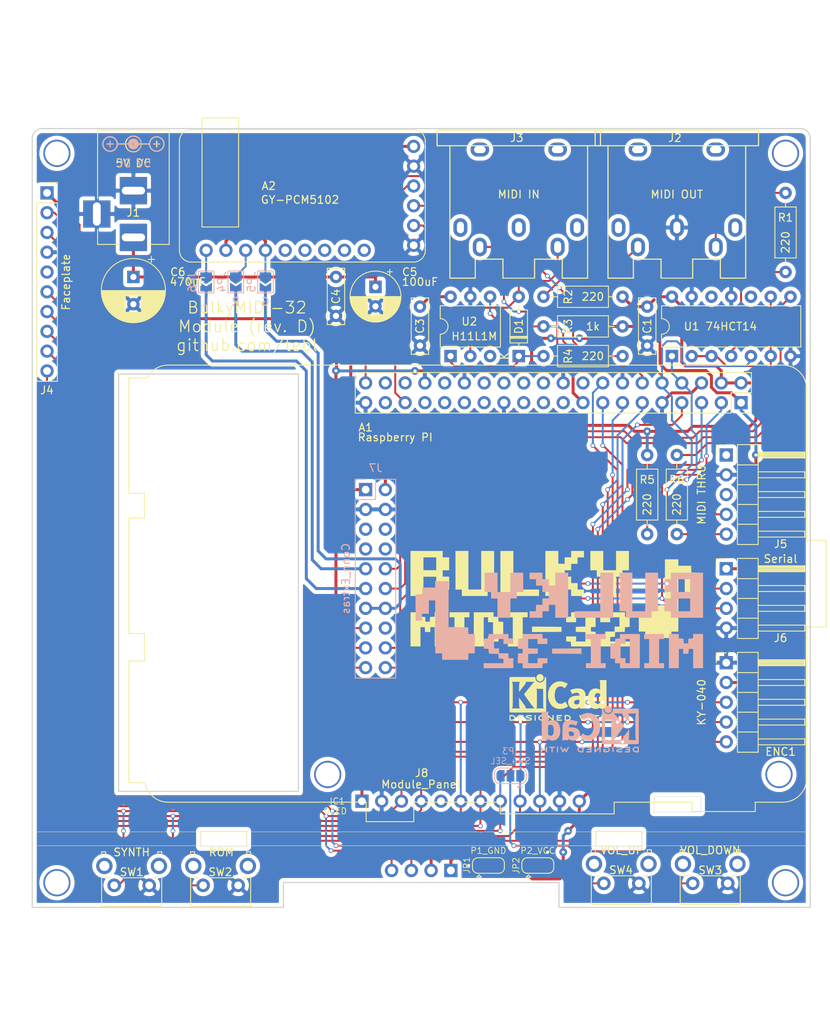
<source format=kicad_pcb>
(kicad_pcb (version 20171130) (host pcbnew "(5.1.8)-1")
  (layers (0 F.Cu signal) (31 B.Cu signal) (34 B.Paste user) (35 F.Paste user) (36 B.SilkS user) (37 F.SilkS user) (38 B.Mask user) (39 F.Mask user) (44 Edge.Cuts user))
  (net 0 "")
  (net 1 GND)
  (net 2 +3V3)
  (net 3 +5V)
  (net 4 "Net-(IC1-Pad2)")
  (net 5 I2C_SCL)
  (net 6 I2C_SDA)
  (net 7 "Net-(IC1-Pad1)")
  (net 8 SW_DOWN)
  (net 9 SW_UP)
  (net 10 SW_SYNTH)
  (net 11 I2S_BCLK)
  (net 12 SW_ROM)
  (net 13 I2S_LRCLK)
  (net 14 SW_ENC)
  (net 15 I2S_DATA)
  (net 16 "Net-(D1-Pad1)")
  (net 17 "Net-(D1-Pad2)")
  (net 18 "Net-(J2-Pad5)")
  (net 19 "Net-(J2-Pad4)")
  (net 20 "Net-(J3-Pad4)")
  (net 21 "Net-(J5-Pad5)")
  (net 22 "Net-(J5-Pad4)")
  (net 23 "Net-(R1-Pad2)")
  (net 24 "Net-(JP3-Pad2)")
  (net 25 A_GND)
  (net 26 A_RIGHT)
  (net 27 A_LEFT)
  (net 28 "Net-(R6-Pad1)")
  (net 29 MIDI_THRUn)
  (net 30 MIDI_OUTn)
  (net 31 "Net-(A2-Pad10)")
  (net 32 "Net-(A2-Pad9)")
  (net 33 "Net-(A2-Pad7)")
  (net 34 PI_RX)
  (net 35 PI_TX)
  (module artwork:BulkyMIDI-32_8bit (layer B.Cu) (at 137.414 117.729 180)
    (fp_text reference G*** hide)
    (fp_text value LOGO hide)
  )
  (module artwork:BulkyMIDI-32_8bit (layer F.Cu) (at 137.795 114.935)
    (fp_text reference G*** hide)
    (fp_text value LOGO hide)
  )
  (module i2c_oled:1.3_I2C_OLED_No_mounting (layer F.Cu) (at 120.18 149.86 180)
    (fp_text reference IC1 (at 10.795 8.89 180) (layer F.SilkS) (effects (font (size 0.8 0.8) (thickness 0.1))))
    (fp_text value OLED (at 11.049 7.62) (layer F.SilkS) (effects (font (size 0.8 0.8) (thickness 0.1))))
    (pad 1 thru_hole rect (at -3.81 0 180) (size 1.7272 1.7272) (drill 1.016) (layers *.Cu *.Mask) (net 7 "Net-(IC1-Pad1)"))
    (pad 2 thru_hole circle (at -1.27 0 180) (size 1.7272 1.7272) (drill 1.016) (layers *.Cu *.Mask) (net 4 "Net-(IC1-Pad2)"))
    (pad 3 thru_hole circle (at 1.27 0 180) (size 1.7272 1.7272) (drill 1.016) (layers *.Cu *.Mask) (net 5 I2C_SCL))
    (pad 4 thru_hole circle (at 3.81 0 180) (size 1.7272 1.7272) (drill 1.016) (layers *.Cu *.Mask) (net 6 I2C_SDA))
  )
  (module BulkyMIDI-32:Vertical_Rotary_Placeholder (layer F.Cu) (at 153.114 146.177)
    (fp_text reference "#ENC1" hide)
    (fp_text value Vertical_Rotary_Placeholder hide)
  )
  (module RPI:Raspberry_Pi_3B_Socketed_THT_FaceDown_MountingHoles (layer F.Cu) (at 161.29 89.805 270)
    (fp_text reference A1 (at 3.175 48.26) (layer F.SilkS))
    (fp_text value "Raspberry PI" (at 4.445 44.45 180) (layer F.SilkS))
    (pad 6 thru_hole oval (at -2.54 5.08 270) (size 1.7 1.7) (drill 1) (layers *.Cu *.Mask) (net 1 GND))
    (pad 3 thru_hole oval (at 0 2.54 270) (size 1.7 1.7) (drill 1) (layers *.Cu *.Mask) (net 6 I2C_SDA))
    (pad 15 thru_hole oval (at 0 17.78 270) (size 1.7 1.7) (drill 1) (layers *.Cu *.Mask) (net 8 SW_DOWN))
    (pad 16 thru_hole oval (at -2.54 17.78 270) (size 1.7 1.7) (drill 1) (layers *.Cu *.Mask) (net 9 SW_UP))
    (pad 4 thru_hole oval (at -2.54 2.54 270) (size 1.7 1.7) (drill 1) (layers *.Cu *.Mask) (net 3 +5V))
    (pad 5 thru_hole oval (at 0 5.08 270) (size 1.7 1.7) (drill 1) (layers *.Cu *.Mask) (net 5 I2C_SCL))
    (pad 2 thru_hole oval (at -2.54 0 270) (size 1.7 1.7) (drill 1) (layers *.Cu *.Mask) (net 3 +5V))
    (pad 1 thru_hole rect (at 0 0 270) (size 1.7 1.7) (drill 1) (layers *.Cu *.Mask) (net 2 +3V3))
    (pad 23 thru_hole oval (at 0 27.94 270) (size 1.7 1.7) (drill 1) (layers *.Cu *.Mask))
    (pad 24 thru_hole oval (at -2.54 27.94 270) (size 1.7 1.7) (drill 1) (layers *.Cu *.Mask))
    (pad 11 thru_hole oval (at 0 12.7 270) (size 1.7 1.7) (drill 1) (layers *.Cu *.Mask) (net 10 SW_SYNTH))
    (pad 12 thru_hole oval (at -2.54 12.7 270) (size 1.7 1.7) (drill 1) (layers *.Cu *.Mask) (net 11 I2S_BCLK))
    (pad 27 thru_hole oval (at 0 33.02 270) (size 1.7 1.7) (drill 1) (layers *.Cu *.Mask))
    (pad 28 thru_hole oval (at -2.54 33.02 270) (size 1.7 1.7) (drill 1) (layers *.Cu *.Mask))
    (pad 13 thru_hole oval (at 0 15.24 270) (size 1.7 1.7) (drill 1) (layers *.Cu *.Mask) (net 12 SW_ROM))
    (pad 14 thru_hole oval (at -2.54 15.24 270) (size 1.7 1.7) (drill 1) (layers *.Cu *.Mask) (net 1 GND))
    (pad 9 thru_hole oval (at 0 10.16 270) (size 1.7 1.7) (drill 1) (layers *.Cu *.Mask) (net 1 GND))
    (pad 10 thru_hole oval (at -2.54 10.16 270) (size 1.7 1.7) (drill 1) (layers *.Cu *.Mask) (net 34 PI_RX))
    (pad 19 thru_hole oval (at 0 22.86 270) (size 1.7 1.7) (drill 1) (layers *.Cu *.Mask))
    (pad 20 thru_hole oval (at -2.54 22.86 270) (size 1.7 1.7) (drill 1) (layers *.Cu *.Mask) (net 1 GND))
    (pad 37 thru_hole oval (at 0 45.72 270) (size 1.7 1.7) (drill 1) (layers *.Cu *.Mask))
    (pad 38 thru_hole oval (at -2.54 45.72 270) (size 1.7 1.7) (drill 1) (layers *.Cu *.Mask))
    (pad 33 thru_hole oval (at 0 40.64 270) (size 1.7 1.7) (drill 1) (layers *.Cu *.Mask))
    (pad 34 thru_hole oval (at -2.54 40.64 270) (size 1.7 1.7) (drill 1) (layers *.Cu *.Mask) (net 1 GND))
    (pad 35 thru_hole oval (at 0 43.18 270) (size 1.7 1.7) (drill 1) (layers *.Cu *.Mask) (net 13 I2S_LRCLK))
    (pad 36 thru_hole oval (at -2.54 43.18 270) (size 1.7 1.7) (drill 1) (layers *.Cu *.Mask))
    (pad 17 thru_hole oval (at 0 20.32 270) (size 1.7 1.7) (drill 1) (layers *.Cu *.Mask) (net 2 +3V3))
    (pad 18 thru_hole oval (at -2.54 20.32 270) (size 1.7 1.7) (drill 1) (layers *.Cu *.Mask))
    (pad 31 thru_hole oval (at 0 38.1 270) (size 1.7 1.7) (drill 1) (layers *.Cu *.Mask))
    (pad 32 thru_hole oval (at -2.54 38.1 270) (size 1.7 1.7) (drill 1) (layers *.Cu *.Mask))
    (pad 7 thru_hole oval (at 0 7.62 270) (size 1.7 1.7) (drill 1) (layers *.Cu *.Mask) (net 14 SW_ENC))
    (pad 8 thru_hole oval (at -2.54 7.62 270) (size 1.7 1.7) (drill 1) (layers *.Cu *.Mask) (net 35 PI_TX))
    (pad 29 thru_hole oval (at 0 35.56 270) (size 1.7 1.7) (drill 1) (layers *.Cu *.Mask))
    (pad 30 thru_hole oval (at -2.54 35.56 270) (size 1.7 1.7) (drill 1) (layers *.Cu *.Mask) (net 1 GND))
    (pad 21 thru_hole oval (at 0 25.4 270) (size 1.7 1.7) (drill 1) (layers *.Cu *.Mask))
    (pad 22 thru_hole oval (at -2.54 25.4 270) (size 1.7 1.7) (drill 1) (layers *.Cu *.Mask))
    (pad 25 thru_hole oval (at 0 30.48 270) (size 1.7 1.7) (drill 1) (layers *.Cu *.Mask) (net 1 GND))
    (pad 26 thru_hole oval (at -2.54 30.48 270) (size 1.7 1.7) (drill 1) (layers *.Cu *.Mask))
    (pad 39 thru_hole oval (at 0 48.26 270) (size 1.7 1.7) (drill 1) (layers *.Cu *.Mask) (net 1 GND))
    (pad 40 thru_hole oval (at -2.54 48.26 270) (size 1.7 1.7) (drill 1) (layers *.Cu *.Mask) (net 15 I2S_DATA))
    (pad "" np_thru_hole circle (at 47.73 53.13) (size 3.5 3.5) (drill 3.048) (layers *.Cu *.Mask))
    (pad "" np_thru_hole circle (at 47.73 -4.87) (size 3.5 3.5) (drill 3.048) (layers *.Cu *.Mask))
  )
  (module Symbols:KiCad-Logo2_6mm_SilkScreen (layer B.Cu) (at 141.859 131.699 180)
    (fp_text reference REF*** hide)
    (fp_text value KiCad-Logo2_6mm_SilkScreen hide)
  )
  (module BulkyMIDI-32:DIN5_MIDI (layer F.Cu) (at 132.715 67.31 180)
    (fp_text reference J3 (at 0.25 11.5 180) (layer F.SilkS))
    (fp_text value "MIDI IN" (at 0 4.25 180) (layer F.SilkS))
    (pad 2 thru_hole oval (at 0 0 180) (size 1.8 2.4) (drill oval 0.9 1.5) (layers *.Cu *.Mask))
    (pad "" np_thru_hole oval (at 5 10 180) (size 2.4 1.8) (drill oval 1.5 0.9) (layers *.Cu *.Mask))
    (pad "" np_thru_hole oval (at -5 10 180) (size 2.4 1.8) (drill oval 1.5 0.9) (layers *.Cu *.Mask))
    (pad 1 thru_hole oval (at 7.5 0 180) (size 1.8 2.4) (drill oval 0.9 1.5) (layers *.Cu *.Mask))
    (pad 3 thru_hole oval (at -7.5 0 180) (size 1.8 2.4) (drill oval 0.9 1.5) (layers *.Cu *.Mask))
    (pad 4 thru_hole oval (at 5 -2.5 180) (size 1.8 2.4) (drill oval 0.9 1.5) (layers *.Cu *.Mask) (net 20 "Net-(J3-Pad4)"))
    (pad 5 thru_hole oval (at -5 -2.5 180) (size 1.8 2.4) (drill oval 0.9 1.5) (layers *.Cu *.Mask) (net 17 "Net-(D1-Pad2)"))
  )
  (module BulkyMIDI-32:DIN5_MIDI (layer F.Cu) (at 153.035 67.31 180)
    (fp_text reference J2 (at 0.25 11.5 180) (layer F.SilkS))
    (fp_text value "MIDI OUT" (at 0 4.25 180) (layer F.SilkS))
    (pad 2 thru_hole oval (at 0 0 180) (size 1.8 2.4) (drill oval 0.9 1.5) (layers *.Cu *.Mask) (net 1 GND))
    (pad "" np_thru_hole oval (at 5 10 180) (size 2.4 1.8) (drill oval 1.5 0.9) (layers *.Cu *.Mask))
    (pad "" np_thru_hole oval (at -5 10 180) (size 2.4 1.8) (drill oval 1.5 0.9) (layers *.Cu *.Mask))
    (pad 1 thru_hole oval (at 7.5 0 180) (size 1.8 2.4) (drill oval 0.9 1.5) (layers *.Cu *.Mask))
    (pad 3 thru_hole oval (at -7.5 0 180) (size 1.8 2.4) (drill oval 0.9 1.5) (layers *.Cu *.Mask))
    (pad 4 thru_hole oval (at 5 -2.5 180) (size 1.8 2.4) (drill oval 0.9 1.5) (layers *.Cu *.Mask) (net 19 "Net-(J2-Pad4)"))
    (pad 5 thru_hole oval (at -5 -2.5 180) (size 1.8 2.4) (drill oval 0.9 1.5) (layers *.Cu *.Mask) (net 18 "Net-(J2-Pad5)"))
  )
  (module BulkyMIDI-32:PWR_Specification (layer F.Cu) (at 83.185 56.515)
    (fp_text reference SYM1 hide)
    (fp_text value DC_5V)
    (fp_text user + (at -3 0 180) (layer B.SilkS))
    (fp_text user - (at 3 0 180) (layer B.SilkS))
    (fp_text user - (at -3 0) (layer F.SilkS))
    (fp_text user + (at 3 0) (layer F.SilkS))
  )
  (module Connector_PinSocket_2.54mm:PinSocket_1x10_P2.54mm_Vertical (layer F.Cu) (at 72.085 62.865)
    (fp_text reference J4 (at -0.0125 25.3365) (layer F.SilkS))
    (fp_text value Faceplate (at 2.4386 11.4554 270) (layer F.SilkS))
    (pad 10 thru_hole oval (at 0 22.86) (size 1.7 1.7) (drill 1) (layers *.Cu *.Mask) (net 8 SW_DOWN))
    (pad 9 thru_hole oval (at 0 20.32) (size 1.7 1.7) (drill 1) (layers *.Cu *.Mask) (net 9 SW_UP))
    (pad 8 thru_hole oval (at 0 17.78) (size 1.7 1.7) (drill 1) (layers *.Cu *.Mask) (net 12 SW_ROM))
    (pad 7 thru_hole oval (at 0 15.24) (size 1.7 1.7) (drill 1) (layers *.Cu *.Mask) (net 10 SW_SYNTH))
    (pad 6 thru_hole oval (at 0 12.7) (size 1.7 1.7) (drill 1) (layers *.Cu *.Mask) (net 14 SW_ENC))
    (pad 5 thru_hole oval (at 0 10.16) (size 1.7 1.7) (drill 1) (layers *.Cu *.Mask))
    (pad 4 thru_hole oval (at 0 7.62) (size 1.7 1.7) (drill 1) (layers *.Cu *.Mask) (net 1 GND))
    (pad 3 thru_hole oval (at 0 5.08) (size 1.7 1.7) (drill 1) (layers *.Cu *.Mask) (net 6 I2C_SDA))
    (pad 2 thru_hole oval (at 0 2.54) (size 1.7 1.7) (drill 1) (layers *.Cu *.Mask) (net 5 I2C_SCL))
    (pad 1 thru_hole rect (at 0 0) (size 1.7 1.7) (drill 1) (layers *.Cu *.Mask) (net 2 +3V3))
  )
  (module mounting:M3 (layer F.Cu) (at 73.355 151.435)
    (fp_text reference M1 hide)
    (fp_text value Mounting hide)
    (pad "" np_thru_hole circle (at 0 0) (size 3.5 3.5) (drill 3.048) (layers *.Cu *.Mask))
  )
  (module mounting:M3 (layer F.Cu) (at 167.005 151.435)
    (fp_text reference M2 hide)
    (fp_text value Mounting hide)
    (pad "" np_thru_hole circle (at 0 0) (size 3.5 3.5) (drill 3.048) (layers *.Cu *.Mask))
  )
  (module mounting:M3 (layer F.Cu) (at 167.005 57.785)
    (fp_text reference M3 hide)
    (fp_text value Mounting hide)
    (pad "" np_thru_hole circle (at 0 0) (size 3.5 3.5) (drill 3.048) (layers *.Cu *.Mask))
  )
  (module mounting:M3 (layer F.Cu) (at 73.355 57.785)
    (fp_text reference M4 hide)
    (fp_text value Mounting hide)
    (pad "" np_thru_hole circle (at 0 0) (size 3.5 3.5) (drill 3.048) (layers *.Cu *.Mask))
  )
  (module Symbols:KiCad-Logo2_6mm_SilkScreen (layer F.Cu) (at 137.795 127.635)
    (fp_text reference REF*** hide)
    (fp_text value KiCad-Logo2_6mm_SilkScreen hide)
  )
  (module Connectors:BARREL_JACK (layer F.Cu) (at 83.185 68.58 270)
    (fp_text reference J1 (at -3.175 0) (layer F.SilkS))
    (fp_text value "DC IN")
    (pad 3 thru_hole rect (at -3 4.7 270) (size 3.5 3.5) (drill oval 3 1) (layers *.Cu *.Mask) (net 1 GND))
    (pad 2 thru_hole rect (at -6 0 270) (size 3.5 3.5) (drill oval 1 3) (layers *.Cu *.Mask) (net 1 GND))
    (pad 1 thru_hole rect (at 0 0 270) (size 3.5 3.5) (drill oval 1 3) (layers *.Cu *.Mask) (net 3 +5V))
  )
  (module BulkyMIDI-32:GY-PCM5102 (layer F.Cu) (at 104.902 63.246 180)
    (fp_text reference A2 (at 4.318 1.27) (layer F.SilkS))
    (fp_text value GY-PCM5102 (at 0.3 -0.5) (layer F.SilkS))
    (pad 15 thru_hole circle (at -7.955 -6.985 180) (size 1.7 1.7) (drill 1) (layers *.Cu *.Mask))
    (pad 14 thru_hole circle (at -5.415 -6.985 180) (size 1.7 1.7) (drill 1) (layers *.Cu *.Mask))
    (pad 13 thru_hole circle (at -2.875 -6.985 180) (size 1.7 1.7) (drill 1) (layers *.Cu *.Mask))
    (pad 12 thru_hole circle (at -0.335 -6.985 180) (size 1.7 1.7) (drill 1) (layers *.Cu *.Mask))
    (pad 11 thru_hole circle (at 2.205 -6.985 180) (size 1.7 1.7) (drill 1) (layers *.Cu *.Mask))
    (pad 10 thru_hole circle (at 4.745 -6.985 180) (size 1.7 1.7) (drill 1) (layers *.Cu *.Mask) (net 31 "Net-(A2-Pad10)"))
    (pad 9 thru_hole circle (at 7.285 -6.985 180) (size 1.7 1.7) (drill 1) (layers *.Cu *.Mask) (net 32 "Net-(A2-Pad9)"))
    (pad 8 thru_hole circle (at 9.825 -6.985 180) (size 1.7 1.7) (drill 1) (layers *.Cu *.Mask) (net 31 "Net-(A2-Pad10)"))
    (pad 7 thru_hole circle (at 12.365 -6.985 180) (size 1.7 1.7) (drill 1) (layers *.Cu *.Mask) (net 33 "Net-(A2-Pad7)"))
    (pad 1 thru_hole circle (at -14.305 -6.35 180) (size 1.7 1.7) (drill 1) (layers *.Cu *.Mask) (net 1 GND))
    (pad 2 thru_hole circle (at -14.305 -3.81 180) (size 1.7 1.7) (drill 1) (layers *.Cu *.Mask) (net 11 I2S_BCLK))
    (pad 3 thru_hole circle (at -14.305 -1.27 180) (size 1.7 1.7) (drill 1) (layers *.Cu *.Mask) (net 15 I2S_DATA))
    (pad 4 thru_hole circle (at -14.305 1.27 180) (size 1.7 1.7) (drill 1) (layers *.Cu *.Mask) (net 13 I2S_LRCLK))
    (pad 5 thru_hole circle (at -14.305 3.81 180) (size 1.7 1.7) (drill 1) (layers *.Cu *.Mask) (net 1 GND))
    (pad 6 thru_hole circle (at -14.305 6.35 180) (size 1.7 1.7) (drill 1) (layers *.Cu *.Mask) (net 3 +5V))
  )
  (module Capacitor_THT:C_Rect_L7.0mm_W2.0mm_P5.00mm (layer F.Cu) (at 120.015 77.47 270)
    (fp_text reference C3 (at 2.5 0 90) (layer F.SilkS))
    (fp_text value 100nF)
    (pad 2 thru_hole circle (at 5 0 270) (size 1.6 1.6) (drill 0.8) (layers *.Cu *.Mask) (net 1 GND))
    (pad 1 thru_hole circle (at 0 0 270) (size 1.6 1.6) (drill 0.8) (layers *.Cu *.Mask) (net 2 +3V3))
  )
  (module Capacitor_THT:C_Rect_L7.0mm_W2.0mm_P5.00mm (layer F.Cu) (at 109.22 73.66 270)
    (fp_text reference C4 (at 2.5 0 90) (layer F.SilkS))
    (fp_text value 100nF)
    (pad 1 thru_hole circle (at 0 0 270) (size 1.6 1.6) (drill 0.8) (layers *.Cu *.Mask) (net 3 +5V))
    (pad 2 thru_hole circle (at 5 0 270) (size 1.6 1.6) (drill 0.8) (layers *.Cu *.Mask) (net 1 GND))
  )
  (module Capacitor_THT:CP_Radial_D6.3mm_P2.50mm (layer F.Cu) (at 114.3 74.93 270)
    (fp_text reference C5 (at -1.905 -4.4 180) (layer F.SilkS))
    (fp_text value 100uF (at -0.635 -5.715 180) (layer F.SilkS))
    (pad 1 thru_hole rect (at 0 0 270) (size 1.6 1.6) (drill 0.8) (layers *.Cu *.Mask) (net 3 +5V))
    (pad 2 thru_hole circle (at 2.5 0 270) (size 1.6 1.6) (drill 0.8) (layers *.Cu *.Mask) (net 1 GND))
  )
  (module Capacitor_THT:CP_Radial_D8.0mm_P3.50mm (layer F.Cu) (at 83.185 73.66 270)
    (fp_text reference C6 (at -0.635 -5.715 180) (layer F.SilkS))
    (fp_text value 470uF (at 0.635 -6.985 180) (layer F.SilkS))
    (pad 1 thru_hole rect (at 0 0 270) (size 1.6 1.6) (drill 0.8) (layers *.Cu *.Mask) (net 3 +5V))
    (pad 2 thru_hole circle (at 3.5 0 270) (size 1.6 1.6) (drill 0.8) (layers *.Cu *.Mask) (net 1 GND))
  )
  (module Diode_THT:D_DO-35_SOD27_P7.62mm_Horizontal (layer F.Cu) (at 132.715 83.82 90)
    (fp_text reference D1 (at 3.81 0 90) (layer F.SilkS))
    (fp_text value 1N4148)
    (fp_text user K (at 0 -1.8 90) (layer F.SilkS))
    (pad 1 thru_hole rect (at 0 0 90) (size 1.6 1.6) (drill 0.8) (layers *.Cu *.Mask) (net 16 "Net-(D1-Pad1)"))
    (pad 2 thru_hole oval (at 7.62 0 90) (size 1.6 1.6) (drill 0.8) (layers *.Cu *.Mask) (net 17 "Net-(D1-Pad2)"))
  )
  (module Connector_PinHeader_2.54mm:PinHeader_1x04_P2.54mm_Horizontal (layer F.Cu) (at 159.385 111.125)
    (fp_text reference J6 (at 6.985 8.89) (layer F.SilkS))
    (fp_text value Serial (at 6.985 -1.27 180) (layer F.SilkS))
    (pad 1 thru_hole rect (at 0 0) (size 1.7 1.7) (drill 1) (layers *.Cu *.Mask) (net 2 +3V3))
    (pad 2 thru_hole oval (at 0 2.54) (size 1.7 1.7) (drill 1) (layers *.Cu *.Mask) (net 34 PI_RX))
    (pad 3 thru_hole oval (at 0 5.08) (size 1.7 1.7) (drill 1) (layers *.Cu *.Mask) (net 35 PI_TX))
    (pad 4 thru_hole oval (at 0 7.62) (size 1.7 1.7) (drill 1) (layers *.Cu *.Mask) (net 1 GND))
  )
  (module Resistor_THT:R_Axial_DIN0207_L6.3mm_D2.5mm_P10.16mm_Horizontal (layer F.Cu) (at 167.005 62.865 270)
    (fp_text reference R1 (at 3.175 0 180) (layer F.SilkS))
    (fp_text value 220 (at 6.35 0 90) (layer F.SilkS))
    (pad 2 thru_hole oval (at 10.16 0 270) (size 1.6 1.6) (drill 0.8) (layers *.Cu *.Mask) (net 23 "Net-(R1-Pad2)"))
    (pad 1 thru_hole circle (at 0 0 270) (size 1.6 1.6) (drill 0.8) (layers *.Cu *.Mask) (net 18 "Net-(J2-Pad5)"))
  )
  (module Resistor_THT:R_Axial_DIN0207_L6.3mm_D2.5mm_P10.16mm_Horizontal (layer F.Cu) (at 146.05 76.2 180)
    (fp_text reference R2 (at 6.985 0 90) (layer F.SilkS))
    (fp_text value 220 (at 3.81 0) (layer F.SilkS))
    (pad 1 thru_hole circle (at 0 0 180) (size 1.6 1.6) (drill 0.8) (layers *.Cu *.Mask) (net 3 +5V))
    (pad 2 thru_hole oval (at 10.16 0 180) (size 1.6 1.6) (drill 0.8) (layers *.Cu *.Mask) (net 19 "Net-(J2-Pad4)"))
  )
  (module Resistor_THT:R_Axial_DIN0207_L6.3mm_D2.5mm_P10.16mm_Horizontal (layer F.Cu) (at 146.05 80.01 180)
    (fp_text reference R3 (at 6.985 0 90) (layer F.SilkS))
    (fp_text value 1k (at 3.81 0) (layer F.SilkS))
    (pad 2 thru_hole oval (at 10.16 0 180) (size 1.6 1.6) (drill 0.8) (layers *.Cu *.Mask) (net 34 PI_RX))
    (pad 1 thru_hole circle (at 0 0 180) (size 1.6 1.6) (drill 0.8) (layers *.Cu *.Mask) (net 2 +3V3))
  )
  (module Resistor_THT:R_Axial_DIN0207_L6.3mm_D2.5mm_P10.16mm_Horizontal (layer F.Cu) (at 146.05 83.82 180)
    (fp_text reference R4 (at 6.985 0 90) (layer F.SilkS))
    (fp_text value 220 (at 3.81 0) (layer F.SilkS))
    (pad 1 thru_hole circle (at 0 0 180) (size 1.6 1.6) (drill 0.8) (layers *.Cu *.Mask) (net 20 "Net-(J3-Pad4)"))
    (pad 2 thru_hole oval (at 10.16 0 180) (size 1.6 1.6) (drill 0.8) (layers *.Cu *.Mask) (net 16 "Net-(D1-Pad1)"))
  )
  (module Resistor_THT:R_Axial_DIN0207_L6.3mm_D2.5mm_P10.16mm_Horizontal (layer F.Cu) (at 149.225 96.52 270)
    (fp_text reference R5 (at 3.175 0 180) (layer F.SilkS))
    (fp_text value 220 (at 6.35 0 90) (layer F.SilkS))
    (pad 2 thru_hole oval (at 10.16 0 270) (size 1.6 1.6) (drill 0.8) (layers *.Cu *.Mask) (net 22 "Net-(J5-Pad4)"))
    (pad 1 thru_hole circle (at 0 0 270) (size 1.6 1.6) (drill 0.8) (layers *.Cu *.Mask) (net 3 +5V))
  )
  (module Resistor_THT:R_Axial_DIN0207_L6.3mm_D2.5mm_P10.16mm_Horizontal (layer F.Cu) (at 153.035 96.52 270)
    (fp_text reference R6 (at 3.175 0 180) (layer F.SilkS))
    (fp_text value 220 (at 6.35 0 90) (layer F.SilkS))
    (pad 1 thru_hole circle (at 0 0 270) (size 1.6 1.6) (drill 0.8) (layers *.Cu *.Mask) (net 28 "Net-(R6-Pad1)"))
    (pad 2 thru_hole oval (at 10.16 0 270) (size 1.6 1.6) (drill 0.8) (layers *.Cu *.Mask) (net 21 "Net-(J5-Pad5)"))
  )
  (module Button_Switch_THT:SW_Tactile_SPST_Angled_PTS645Vx39-2LFS (layer F.Cu) (at 96.647 151.77 180)
    (fp_text reference SW2 (at 2.286 1.702) (layer F.SilkS))
    (fp_text value ROM (at 2.159 4.2468 180) (layer F.SilkS))
    (pad "" thru_hole circle (at 5.76 2.49 180) (size 2.1 2.1) (drill 1.3) (layers *.Cu *.Mask))
    (pad 2 thru_hole circle (at 4.5 0 180) (size 1.75 1.75) (drill 0.99) (layers *.Cu *.Mask) (net 12 SW_ROM))
    (pad 1 thru_hole circle (at 0 0 180) (size 1.75 1.75) (drill 0.99) (layers *.Cu *.Mask) (net 1 GND))
    (pad "" thru_hole circle (at -1.25 2.49 180) (size 2.1 2.1) (drill 1.3) (layers *.Cu *.Mask))
  )
  (module Button_Switch_THT:SW_Tactile_SPST_Angled_PTS645Vx39-2LFS (layer F.Cu) (at 148.1455 151.516 180)
    (fp_text reference SW4 (at 2.286 1.702) (layer F.SilkS))
    (fp_text value VOL_UP (at 2.159 4.2468 180) (layer F.SilkS))
    (pad "" thru_hole circle (at 5.76 2.49 180) (size 2.1 2.1) (drill 1.3) (layers *.Cu *.Mask))
    (pad 2 thru_hole circle (at 4.5 0 180) (size 1.75 1.75) (drill 0.99) (layers *.Cu *.Mask) (net 24 "Net-(JP3-Pad2)"))
    (pad 1 thru_hole circle (at 0 0 180) (size 1.75 1.75) (drill 0.99) (layers *.Cu *.Mask) (net 1 GND))
    (pad "" thru_hole circle (at -1.25 2.49 180) (size 2.1 2.1) (drill 1.3) (layers *.Cu *.Mask))
  )
  (module Package_DIP:DIP-14_W7.62mm (layer F.Cu) (at 152.4 83.82 90)
    (fp_text reference U1 (at 3.81 2.54 180) (layer F.SilkS))
    (fp_text value 74HCT14 (at 3.81 7.62 180) (layer F.SilkS))
    (pad 1 thru_hole rect (at 0 0 90) (size 1.6 1.6) (drill 0.8) (layers *.Cu *.Mask) (net 35 PI_TX))
    (pad 8 thru_hole oval (at 7.62 15.24 90) (size 1.6 1.6) (drill 0.8) (layers *.Cu *.Mask) (net 28 "Net-(R6-Pad1)"))
    (pad 2 thru_hole oval (at 0 2.54 90) (size 1.6 1.6) (drill 0.8) (layers *.Cu *.Mask) (net 30 MIDI_OUTn))
    (pad 9 thru_hole oval (at 7.62 12.7 90) (size 1.6 1.6) (drill 0.8) (layers *.Cu *.Mask) (net 29 MIDI_THRUn))
    (pad 3 thru_hole oval (at 0 5.08 90) (size 1.6 1.6) (drill 0.8) (layers *.Cu *.Mask) (net 30 MIDI_OUTn))
    (pad 10 thru_hole oval (at 7.62 10.16 90) (size 1.6 1.6) (drill 0.8) (layers *.Cu *.Mask))
    (pad 4 thru_hole oval (at 0 7.62 90) (size 1.6 1.6) (drill 0.8) (layers *.Cu *.Mask) (net 23 "Net-(R1-Pad2)"))
    (pad 11 thru_hole oval (at 7.62 7.62 90) (size 1.6 1.6) (drill 0.8) (layers *.Cu *.Mask) (net 1 GND))
    (pad 5 thru_hole oval (at 0 10.16 90) (size 1.6 1.6) (drill 0.8) (layers *.Cu *.Mask) (net 34 PI_RX))
    (pad 12 thru_hole oval (at 7.62 5.08 90) (size 1.6 1.6) (drill 0.8) (layers *.Cu *.Mask))
    (pad 6 thru_hole oval (at 0 12.7 90) (size 1.6 1.6) (drill 0.8) (layers *.Cu *.Mask) (net 29 MIDI_THRUn))
    (pad 13 thru_hole oval (at 7.62 2.54 90) (size 1.6 1.6) (drill 0.8) (layers *.Cu *.Mask) (net 1 GND))
    (pad 7 thru_hole oval (at 0 15.24 90) (size 1.6 1.6) (drill 0.8) (layers *.Cu *.Mask) (net 1 GND))
    (pad 14 thru_hole oval (at 7.62 0 90) (size 1.6 1.6) (drill 0.8) (layers *.Cu *.Mask) (net 3 +5V))
  )
  (module Package_DIP:DIP-6_W7.62mm (layer F.Cu) (at 123.952 83.82 90)
    (fp_text reference U2 (at 4.445 2.413 180) (layer F.SilkS))
    (fp_text value H11L1M (at 2.54 3.048 180) (layer F.SilkS))
    (pad 1 thru_hole rect (at 0 0 90) (size 1.6 1.6) (drill 0.8) (layers *.Cu *.Mask) (net 16 "Net-(D1-Pad1)"))
    (pad 4 thru_hole oval (at 7.62 5.08 90) (size 1.6 1.6) (drill 0.8) (layers *.Cu *.Mask) (net 34 PI_RX))
    (pad 2 thru_hole oval (at 0 2.54 90) (size 1.6 1.6) (drill 0.8) (layers *.Cu *.Mask) (net 17 "Net-(D1-Pad2)"))
    (pad 5 thru_hole oval (at 7.62 2.54 90) (size 1.6 1.6) (drill 0.8) (layers *.Cu *.Mask) (net 1 GND))
    (pad 3 thru_hole oval (at 0 5.08 90) (size 1.6 1.6) (drill 0.8) (layers *.Cu *.Mask))
    (pad 6 thru_hole oval (at 7.62 0 90) (size 1.6 1.6) (drill 0.8) (layers *.Cu *.Mask) (net 2 +3V3))
  )
  (module Button_Switch_THT:SW_Tactile_SPST_Angled_PTS645Vx39-2LFS (layer F.Cu) (at 85.217 151.77 180)
    (fp_text reference SW1 (at 2.25 1.702) (layer F.SilkS))
    (fp_text value SYNTH (at 2.25 4.2468) (layer F.SilkS))
    (pad "" thru_hole circle (at 5.76 2.49 180) (size 2.1 2.1) (drill 1.3) (layers *.Cu *.Mask))
    (pad 2 thru_hole circle (at 4.5 0 180) (size 1.75 1.75) (drill 0.99) (layers *.Cu *.Mask) (net 10 SW_SYNTH))
    (pad 1 thru_hole circle (at 0 0 180) (size 1.75 1.75) (drill 0.99) (layers *.Cu *.Mask) (net 1 GND))
    (pad "" thru_hole circle (at -1.25 2.49 180) (size 2.1 2.1) (drill 1.3) (layers *.Cu *.Mask))
  )
  (module Button_Switch_THT:SW_Tactile_SPST_Angled_PTS645Vx39-2LFS (layer F.Cu) (at 159.5755 151.516 180)
    (fp_text reference SW3 (at 2.25 1.68) (layer F.SilkS))
    (fp_text value VOL_DOWN (at 2.25 4.2468) (layer F.SilkS))
    (pad "" thru_hole circle (at 5.76 2.49 180) (size 2.1 2.1) (drill 1.3) (layers *.Cu *.Mask))
    (pad 2 thru_hole circle (at 4.5 0 180) (size 1.75 1.75) (drill 0.99) (layers *.Cu *.Mask) (net 8 SW_DOWN))
    (pad 1 thru_hole circle (at 0 0 180) (size 1.75 1.75) (drill 0.99) (layers *.Cu *.Mask) (net 1 GND))
    (pad "" thru_hole circle (at -1.25 2.49 180) (size 2.1 2.1) (drill 1.3) (layers *.Cu *.Mask))
  )
  (module Connector_PinHeader_2.54mm:PinHeader_1x05_P2.54mm_Horizontal (layer F.Cu) (at 159.385 123.19)
    (fp_text reference ENC1 (at 6.985 11.43 180) (layer F.SilkS))
    (fp_text value KY-040 (at -3.175 5.08 90) (layer F.SilkS))
    (pad 1 thru_hole rect (at 0 0) (size 1.7 1.7) (drill 1) (layers *.Cu *.Mask) (net 1 GND))
    (pad 2 thru_hole oval (at 0 2.54) (size 1.7 1.7) (drill 1) (layers *.Cu *.Mask) (net 2 +3V3))
    (pad 3 thru_hole oval (at 0 5.08) (size 1.7 1.7) (drill 1) (layers *.Cu *.Mask) (net 14 SW_ENC))
    (pad 4 thru_hole oval (at 0 7.62) (size 1.7 1.7) (drill 1) (layers *.Cu *.Mask) (net 9 SW_UP))
    (pad 5 thru_hole oval (at 0 10.16) (size 1.7 1.7) (drill 1) (layers *.Cu *.Mask) (net 8 SW_DOWN))
  )
  (module Capacitor_THT:C_Rect_L7.0mm_W2.0mm_P5.00mm (layer F.Cu) (at 149.225 77.47 270)
    (fp_text reference C1 (at 2.5 0 90) (layer F.SilkS))
    (fp_text value 100nF)
    (pad 1 thru_hole circle (at 0 0 270) (size 1.6 1.6) (drill 0.8) (layers *.Cu *.Mask) (net 3 +5V))
    (pad 2 thru_hole circle (at 5 0 270) (size 1.6 1.6) (drill 0.8) (layers *.Cu *.Mask) (net 1 GND))
  )
  (module Connector_PinHeader_2.54mm:PinHeader_1x05_P2.54mm_Horizontal (layer F.Cu) (at 159.385 96.52)
    (fp_text reference J5 (at 6.985 11.43) (layer F.SilkS))
    (fp_text value "MIDI THRU" (at -3.175 5.08 90) (layer F.SilkS))
    (pad 1 thru_hole rect (at 0 0) (size 1.7 1.7) (drill 1) (layers *.Cu *.Mask))
    (pad 2 thru_hole oval (at 0 2.54) (size 1.7 1.7) (drill 1) (layers *.Cu *.Mask) (net 1 GND))
    (pad 3 thru_hole oval (at 0 5.08) (size 1.7 1.7) (drill 1) (layers *.Cu *.Mask))
    (pad 4 thru_hole oval (at 0 7.62) (size 1.7 1.7) (drill 1) (layers *.Cu *.Mask) (net 22 "Net-(J5-Pad4)"))
    (pad 5 thru_hole oval (at 0 10.16) (size 1.7 1.7) (drill 1) (layers *.Cu *.Mask) (net 21 "Net-(J5-Pad5)"))
  )
  (module Jumper:SolderJumper-3_P1.3mm_Open_RoundedPad1.0x1.5mm (layer F.Cu) (at 128.816 149.225)
    (fp_text reference JP1 (at -2.794 -0.0254 90) (layer F.SilkS) (effects (font (size 0.8 0.8) (thickness 0.1))))
    (fp_text value P1_GND (at 0 -1.905) (layer F.SilkS) (effects (font (size 0.8 0.8) (thickness 0.1))))
    (pad 1 smd custom (at -1.3 0) (size 1 0.5) (layers F.Cu F.Mask) (net 1 GND) (options (clearance outline) (anchor rect)) (primitives (gr_circle (center 0 0.25) (end 0.5 0.25) (width 0)) (gr_circle (center 0 -0.25) (end 0.5 -0.25) (width 0)) (gr_poly (pts (xy 0.55 -0.75) (xy 0 -0.75) (xy 0 0.75) (xy 0.55 0.75)) (width 0))))
    (pad 3 smd custom (at 1.3 0) (size 1 0.5) (layers F.Cu F.Mask) (net 2 +3V3) (options (clearance outline) (anchor rect)) (primitives (gr_circle (center 0 0.25) (end 0.5 0.25) (width 0)) (gr_circle (center 0 -0.25) (end 0.5 -0.25) (width 0)) (gr_poly (pts (xy -0.55 -0.75) (xy 0 -0.75) (xy 0 0.75) (xy -0.55 0.75)) (width 0))))
    (pad 2 smd rect (at 0 0) (size 1 1.5) (layers F.Cu F.Mask) (net 7 "Net-(IC1-Pad1)"))
  )
  (module Jumper:SolderJumper-3_P1.3mm_Open_RoundedPad1.0x1.5mm (layer F.Cu) (at 135.166 149.225)
    (fp_text reference JP2 (at -2.794 0.0254 90) (layer F.SilkS) (effects (font (size 0.8 0.8) (thickness 0.1))))
    (fp_text value P2_VCC (at 0 -1.905) (layer F.SilkS) (effects (font (size 0.8 0.8) (thickness 0.1))))
    (pad 2 smd rect (at 0 0) (size 1 1.5) (layers F.Cu F.Mask) (net 4 "Net-(IC1-Pad2)"))
    (pad 3 smd custom (at 1.3 0) (size 1 0.5) (layers F.Cu F.Mask) (net 1 GND) (options (clearance outline) (anchor rect)) (primitives (gr_circle (center 0 0.25) (end 0.5 0.25) (width 0)) (gr_circle (center 0 -0.25) (end 0.5 -0.25) (width 0)) (gr_poly (pts (xy -0.55 -0.75) (xy 0 -0.75) (xy 0 0.75) (xy -0.55 0.75)) (width 0))))
    (pad 1 smd custom (at -1.3 0) (size 1 0.5) (layers F.Cu F.Mask) (net 2 +3V3) (options (clearance outline) (anchor rect)) (primitives (gr_circle (center 0 0.25) (end 0.5 0.25) (width 0)) (gr_circle (center 0 -0.25) (end 0.5 -0.25) (width 0)) (gr_poly (pts (xy 0.55 -0.75) (xy 0 -0.75) (xy 0 0.75) (xy 0.55 0.75)) (width 0))))
  )
  (module Jumper:SolderJumper-3_P1.3mm_Open_RoundedPad1.0x1.5mm (layer B.Cu) (at 131.6482 137.7061 180)
    (fp_text reference JP3 (at -0.03 3.175) (layer B.SilkS) (effects (font (size 0.8 0.8) (thickness 0.1)) (justify mirror)))
    (fp_text value SW4_SEL (at 0 1.905) (layer B.SilkS) (effects (font (size 0.8 0.8) (thickness 0.1)) (justify mirror)))
    (pad 1 smd custom (at -1.3 0 180) (size 1 0.5) (layers B.Cu B.Mask) (net 9 SW_UP) (options (clearance outline) (anchor rect)) (primitives (gr_circle (center 0 -0.25) (end 0.5 -0.25) (width 0)) (gr_circle (center 0 0.25) (end 0.5 0.25) (width 0)) (gr_poly (pts (xy 0.55 0.75) (xy 0 0.75) (xy 0 -0.75) (xy 0.55 -0.75)) (width 0))))
    (pad 3 smd custom (at 1.3 0 180) (size 1 0.5) (layers B.Cu B.Mask) (net 12 SW_ROM) (options (clearance outline) (anchor rect)) (primitives (gr_circle (center 0 -0.25) (end 0.5 -0.25) (width 0)) (gr_circle (center 0 0.25) (end 0.5 0.25) (width 0)) (gr_poly (pts (xy -0.55 0.75) (xy 0 0.75) (xy 0 -0.75) (xy -0.55 -0.75)) (width 0))))
    (pad 2 smd rect (at 0 0 180) (size 1 1.5) (layers B.Cu B.Mask) (net 24 "Net-(JP3-Pad2)"))
  )
  (module Connector_PinSocket_2.54mm:PinSocket_2x10_P2.54mm_Vertical (layer B.Cu) (at 113.03 100.965 180)
    (fp_text reference J7 (at -1.27 2.77) (layer B.SilkS) (effects (justify mirror)))
    (fp_text value Conn_Extras (at 2.54 -11.43 90) (layer B.SilkS) (effects (justify mirror)))
    (pad 1 thru_hole rect (at 0 0 180) (size 1.7 1.7) (drill 1) (layers *.Cu *.Mask) (net 2 +3V3))
    (pad 2 thru_hole oval (at -2.54 0 180) (size 1.7 1.7) (drill 1) (layers *.Cu *.Mask) (net 3 +5V))
    (pad 3 thru_hole oval (at 0 -2.54 180) (size 1.7 1.7) (drill 1) (layers *.Cu *.Mask) (net 1 GND))
    (pad 4 thru_hole oval (at -2.54 -2.54 180) (size 1.7 1.7) (drill 1) (layers *.Cu *.Mask) (net 1 GND))
    (pad 5 thru_hole oval (at 0 -5.08 180) (size 1.7 1.7) (drill 1) (layers *.Cu *.Mask))
    (pad 6 thru_hole oval (at -2.54 -5.08 180) (size 1.7 1.7) (drill 1) (layers *.Cu *.Mask))
    (pad 7 thru_hole oval (at 0 -7.62 180) (size 1.7 1.7) (drill 1) (layers *.Cu *.Mask))
    (pad 8 thru_hole oval (at -2.54 -7.62 180) (size 1.7 1.7) (drill 1) (layers *.Cu *.Mask))
    (pad 9 thru_hole oval (at 0 -10.16 180) (size 1.7 1.7) (drill 1) (layers *.Cu *.Mask) (net 26 A_RIGHT))
    (pad 10 thru_hole oval (at -2.54 -10.16 180) (size 1.7 1.7) (drill 1) (layers *.Cu *.Mask) (net 30 MIDI_OUTn))
    (pad 11 thru_hole oval (at 0 -12.7 180) (size 1.7 1.7) (drill 1) (layers *.Cu *.Mask) (net 27 A_LEFT))
    (pad 12 thru_hole oval (at -2.54 -12.7 180) (size 1.7 1.7) (drill 1) (layers *.Cu *.Mask) (net 29 MIDI_THRUn))
    (pad 13 thru_hole oval (at 0 -15.24 180) (size 1.7 1.7) (drill 1) (layers *.Cu *.Mask) (net 25 A_GND))
    (pad 14 thru_hole oval (at -2.54 -15.24 180) (size 1.7 1.7) (drill 1) (layers *.Cu *.Mask) (net 25 A_GND))
    (pad 15 thru_hole oval (at 0 -17.78 180) (size 1.7 1.7) (drill 1) (layers *.Cu *.Mask) (net 8 SW_DOWN))
    (pad 16 thru_hole oval (at -2.54 -17.78 180) (size 1.7 1.7) (drill 1) (layers *.Cu *.Mask))
    (pad 17 thru_hole oval (at 0 -20.32 180) (size 1.7 1.7) (drill 1) (layers *.Cu *.Mask) (net 9 SW_UP))
    (pad 18 thru_hole oval (at -2.54 -20.32 180) (size 1.7 1.7) (drill 1) (layers *.Cu *.Mask) (net 34 PI_RX))
    (pad 19 thru_hole oval (at 0 -22.86 180) (size 1.7 1.7) (drill 1) (layers *.Cu *.Mask) (net 14 SW_ENC))
    (pad 20 thru_hole oval (at -2.54 -22.86 180) (size 1.7 1.7) (drill 1) (layers *.Cu *.Mask) (net 35 PI_TX))
  )
  (module Jumper:SolderJumper-2_P1.3mm_Open_TrianglePad1.0x1.5mm (layer B.Cu) (at 96.347 74.295 270)
    (fp_text reference JP4 (at 0 1.8 90) (layer B.SilkS) (effects (justify mirror)))
    (fp_text value R (at 2.54 0 180) (layer B.SilkS) (effects (justify mirror)))
    (pad 2 smd custom (at 0.725 0 270) (size 0.3 0.3) (layers B.Cu B.Mask) (net 26 A_RIGHT) (options (clearance outline) (anchor rect)) (primitives (gr_poly (pts (xy -0.65 0.75) (xy 0.5 0.75) (xy 0.5 -0.75) (xy -0.65 -0.75) (xy -0.15 0)) (width 0))))
    (pad 1 smd custom (at -0.725 0 270) (size 0.3 0.3) (layers B.Cu B.Mask) (net 32 "Net-(A2-Pad9)") (options (clearance outline) (anchor rect)) (primitives (gr_poly (pts (xy -0.5 0.75) (xy 0.5 0.75) (xy 1 0) (xy 0.5 -0.75) (xy -0.5 -0.75)) (width 0))))
  )
  (module Jumper:SolderJumper-2_P1.3mm_Open_TrianglePad1.0x1.5mm (layer B.Cu) (at 100.157 74.295 270)
    (fp_text reference JP5 (at 0 1.8 90) (layer B.SilkS) (effects (justify mirror)))
    (fp_text value G (at 2.54 0 180) (layer B.SilkS) (effects (justify mirror)))
    (pad 1 smd custom (at -0.725 0 270) (size 0.3 0.3) (layers B.Cu B.Mask) (net 31 "Net-(A2-Pad10)") (options (clearance outline) (anchor rect)) (primitives (gr_poly (pts (xy -0.5 0.75) (xy 0.5 0.75) (xy 1 0) (xy 0.5 -0.75) (xy -0.5 -0.75)) (width 0))))
    (pad 2 smd custom (at 0.725 0 270) (size 0.3 0.3) (layers B.Cu B.Mask) (net 25 A_GND) (options (clearance outline) (anchor rect)) (primitives (gr_poly (pts (xy -0.65 0.75) (xy 0.5 0.75) (xy 0.5 -0.75) (xy -0.65 -0.75) (xy -0.15 0)) (width 0))))
  )
  (module Jumper:SolderJumper-2_P1.3mm_Open_TrianglePad1.0x1.5mm (layer B.Cu) (at 92.537 74.295 270)
    (fp_text reference JP6 (at 0 1.8 90) (layer B.SilkS) (effects (justify mirror)))
    (fp_text value L (at 2.54 0 180) (layer B.SilkS) (effects (justify mirror)))
    (pad 2 smd custom (at 0.725 0 270) (size 0.3 0.3) (layers B.Cu B.Mask) (net 27 A_LEFT) (options (clearance outline) (anchor rect)) (primitives (gr_poly (pts (xy -0.65 0.75) (xy 0.5 0.75) (xy 0.5 -0.75) (xy -0.65 -0.75) (xy -0.15 0)) (width 0))))
    (pad 1 smd custom (at -0.725 0 270) (size 0.3 0.3) (layers B.Cu B.Mask) (net 33 "Net-(A2-Pad7)") (options (clearance outline) (anchor rect)) (primitives (gr_poly (pts (xy -0.5 0.75) (xy 0.5 0.75) (xy 1 0) (xy 0.5 -0.75) (xy -0.5 -0.75)) (width 0))))
  )
  (module BulkyMIDI-32:Module_Panel (layer F.Cu) (at 120.18 140.97)
    (fp_text reference J8 (at 0.0509 -3.6195 180) (layer F.SilkS))
    (fp_text value Module_Panel (at -0.038 -2.159) (layer F.SilkS))
    (pad 4 thru_hole oval (at 0 0) (size 1.7 1.7) (drill 1) (layers *.Cu *.Mask) (net 6 I2C_SDA))
    (pad 3 thru_hole oval (at -2.54 0) (size 1.7 1.7) (drill 1) (layers *.Cu *.Mask) (net 5 I2C_SCL))
    (pad 2 thru_hole oval (at -5.08 0) (size 1.7 1.7) (drill 1) (layers *.Cu *.Mask) (net 1 GND))
    (pad 1 thru_hole rect (at -7.62 0) (size 1.7 1.7) (drill 1) (layers *.Cu *.Mask) (net 2 +3V3))
    (pad 5 thru_hole oval (at 2.54 0) (size 1.7 1.7) (drill 1) (layers *.Cu *.Mask))
    (pad 6 thru_hole oval (at 5.08 0) (size 1.7 1.7) (drill 1) (layers *.Cu *.Mask) (net 14 SW_ENC))
    (pad 7 thru_hole oval (at 7.62 0) (size 1.7 1.7) (drill 1) (layers *.Cu *.Mask) (net 10 SW_SYNTH))
    (pad 8 thru_hole oval (at 10.16 0) (size 1.7 1.7) (drill 1) (layers *.Cu *.Mask) (net 12 SW_ROM))
    (pad 9 thru_hole oval (at 12.7 0) (size 1.7 1.7) (drill 1) (layers *.Cu *.Mask) (net 9 SW_UP))
    (pad 10 thru_hole oval (at 15.24 0) (size 1.7 1.7) (drill 1) (layers *.Cu *.Mask) (net 8 SW_DOWN))
    (pad 11 thru_hole oval (at 17.78 0) (size 1.7 1.7) (drill 1) (layers *.Cu *.Mask) (net 1 GND))
    (pad 12 thru_hole oval (at 20.32 0) (size 1.7 1.7) (drill 1) (layers *.Cu *.Mask) (net 2 +3V3))
  )
  (gr_line (start 70.18 154.61) (end 102.4705 154.61) (angle 90) (layer Edge.Cuts) (width 0.15))
  (gr_line (start 137.8895 151.41) (end 137.8895 154.61) (layer Edge.Cuts) (width 0.15))
  (gr_line (start 102.4705 151.41) (end 102.4705 154.61) (layer Edge.Cuts) (width 0.15))
  (gr_line (start 137.8895 151.41) (end 120.18 151.41) (angle 90) (layer Edge.Cuts) (width 0.15))
  (gr_line (start 102.4705 151.41) (end 120.18 151.41) (angle 90) (layer Edge.Cuts) (width 0.15))
  (gr_line (start 148.575 144.803) (end 148.575 146.808) (layer Edge.Cuts) (width 0.05))
  (gr_line (start 91.775 144.803) (end 97.775 144.803) (layer Edge.Cuts) (width 0.05))
  (gr_line (start 142.575 144.803) (end 148.575 144.803) (layer Edge.Cuts) (width 0.05))
  (gr_line (start 97.775 146.808) (end 91.775 146.808) (layer Edge.Cuts) (width 0.05))
  (gr_line (start 148.575 146.808) (end 142.575 146.808) (layer Edge.Cuts) (width 0.05))
  (gr_line (start 91.775 146.808) (end 91.775 144.803) (layer Edge.Cuts) (width 0.05))
  (gr_line (start 142.575 146.808) (end 142.575 144.803) (layer Edge.Cuts) (width 0.05))
  (gr_line (start 97.775 144.803) (end 97.775 146.808) (layer Edge.Cuts) (width 0.05))
  (gr_line (start 150.114 140.362) (end 156.114 140.362) (layer Edge.Cuts) (width 0.05))
  (gr_line (start 150.114 142.366) (end 150.114 140.362) (layer Edge.Cuts) (width 0.05))
  (gr_line (start 156.114 142.366) (end 150.114 142.366) (layer Edge.Cuts) (width 0.05))
  (gr_line (start 156.114 140.362) (end 156.114 142.366) (layer Edge.Cuts) (width 0.05))
  (gr_line (start 104.394 139.708) (end 104.394 86.122) (layer Edge.Cuts) (width 0.15))
  (gr_line (start 104.394 86.122) (end 81.288 86.122) (layer Edge.Cuts) (width 0.15))
  (gr_text "5V DC" (at 83.185 59.055) (layer B.SilkS) (effects (font (size 1 1)) (justify mirror)))
  (gr_text "5V DC" (at 83.185 59.055) (layer F.SilkS) (effects (font (size 1 1))))
  (gr_text "BulkyMIDI-32\nModule (rev. D)\ngithub.com/tebl" (at 97.79 80.01) (layer F.SilkS) (effects (font (size 1.5 1.5))))
  (gr_line (start 170.18 78.74) (end 170.18 55.88) (layer Edge.Cuts) (width 0.15))
  (gr_line (start 70.18 55.88) (end 70.18 72.39) (layer Edge.Cuts) (width 0.15))
  (gr_line (start 81.288 139.708) (end 81.288 86.122) (layer Edge.Cuts) (width 0.15))
  (gr_line (start 70.18 139.954) (end 70.18 154.61) (layer Edge.Cuts) (width 0.15))
  (gr_line (start 104.394 139.708) (end 81.288 139.708) (layer Edge.Cuts) (width 0.15))
  (gr_line (start 70.18 139.954) (end 70.18 72.39) (layer Edge.Cuts) (width 0.15))
  (gr_line (start 168.91 54.61) (end 71.45 54.61) (angle 90) (layer Edge.Cuts) (width 0.15))
  (gr_arc (start 71.45 55.88) (end 70.18 55.88) (angle 90) (layer Edge.Cuts) (width 0.15))
  (gr_arc (start 168.91 55.88) (end 168.91 54.61) (angle 90) (layer Edge.Cuts) (width 0.15))
  (gr_line (start 170.18 154.61) (end 170.18 78.74) (angle 90) (layer Edge.Cuts) (width 0.15))
  (gr_line (start 137.8895 154.61) (end 170.18 154.61) (angle 90) (layer Edge.Cuts) (width 0.15))
  (segment (start 113.03 103.505) (end 115.57 103.505) (width 0.381) (layer F.Cu) (net 1))
  (segment (start 154.9306 88.5444) (end 156.21 87.265) (width 0.381) (layer F.Cu) (net 1))
  (segment (start 152.3906 88.5444) (end 154.9306 88.5444) (width 0.381) (layer F.Cu) (net 1))
  (segment (start 151.13 89.805) (end 152.3906 88.5444) (width 0.381) (layer F.Cu) (net 1))
  (via (at 126.276 149.225) (size 1) (drill 0.4) (layers F.Cu B.Cu) (net 1))
  (segment (start 127.516 149.225) (end 126.276 149.225) (width 0.381) (layer F.Cu) (net 1))
  (via (at 136.436 147.51001) (size 1) (drill 0.4) (layers F.Cu B.Cu) (net 1))
  (segment (start 136.466 149.225) (end 136.466 147.54001) (width 0.381) (layer F.Cu) (net 1))
  (segment (start 136.466 147.54001) (end 136.436 147.51001) (width 0.381) (layer F.Cu) (net 1))
  (segment (start 123.952 76.2) (end 121.92 76.2) (width 0.381) (layer F.Cu) (net 2))
  (segment (start 121.285 76.2) (end 121.92 76.2) (width 0.381) (layer F.Cu) (net 2))
  (segment (start 120.015 77.47) (end 121.285 76.2) (width 0.381) (layer F.Cu) (net 2))
  (segment (start 159.385 125.73) (end 161.925 125.73) (width 0.381) (layer F.Cu) (net 2))
  (segment (start 161.925 125.73) (end 163.195 124.46) (width 0.381) (layer F.Cu) (net 2))
  (segment (start 161.925 111.125) (end 163.195 109.855) (width 0.381) (layer F.Cu) (net 2))
  (segment (start 159.385 111.125) (end 161.925 111.125) (width 0.381) (layer F.Cu) (net 2))
  (segment (start 163.195 124.46) (end 163.195 109.855) (width 0.381) (layer F.Cu) (net 2))
  (segment (start 163.195 109.855) (end 163.195 96.52) (width 0.381) (layer F.Cu) (net 2))
  (via (at 163.195 96.52) (size 1) (drill 0.4) (layers F.Cu B.Cu) (net 2))
  (segment (start 163.195 92.71) (end 163.195 96.52) (width 0.381) (layer B.Cu) (net 2))
  (segment (start 161.29 90.805) (end 163.195 92.71) (width 0.381) (layer B.Cu) (net 2))
  (via (at 136.843 81.534) (size 1) (drill 0.4) (layers F.Cu B.Cu) (net 2))
  (segment (start 135.382 81.534) (end 136.843 81.534) (width 0.381) (layer F.Cu) (net 2))
  (segment (start 134.366 82.55) (end 135.382 81.534) (width 0.381) (layer F.Cu) (net 2))
  (via (at 140.525 81.534) (size 1) (drill 0.4) (layers F.Cu B.Cu) (net 2))
  (segment (start 136.843 81.534) (end 140.525 81.534) (width 0.381) (layer B.Cu) (net 2))
  (segment (start 140.525 81.534) (end 141.986 81.534) (width 0.381) (layer F.Cu) (net 2))
  (segment (start 143.51 80.01) (end 146.05 80.01) (width 0.381) (layer F.Cu) (net 2))
  (segment (start 141.986 81.534) (end 143.51 80.01) (width 0.381) (layer F.Cu) (net 2))
  (via (at 119.38 85.725) (size 1) (drill 0.4) (layers F.Cu B.Cu) (net 2))
  (segment (start 121.285 85.725) (end 119.38 85.725) (width 0.381) (layer F.Cu) (net 2))
  (segment (start 121.285 85.725) (end 121.92 85.725) (width 0.381) (layer F.Cu) (net 2))
  (segment (start 121.92 85.725) (end 121.92 76.2) (width 0.381) (layer F.Cu) (net 2))
  (segment (start 161.29 90.805) (end 161.29 89.805) (width 0.381) (layer B.Cu) (net 2))
  (segment (start 160.0167 88.5317) (end 161.29 89.805) (width 0.381) (layer F.Cu) (net 2))
  (segment (start 158.180758 88.5317) (end 160.0167 88.5317) (width 0.381) (layer F.Cu) (net 2))
  (segment (start 157.48 86.36) (end 157.48 87.830942) (width 0.381) (layer F.Cu) (net 2))
  (segment (start 157.48 87.830942) (end 158.180758 88.5317) (width 0.381) (layer F.Cu) (net 2))
  (segment (start 156.791009 85.671009) (end 157.48 86.36) (width 0.381) (layer F.Cu) (net 2))
  (segment (start 151.709499 85.669499) (end 153.487499 85.669499) (width 0.381) (layer F.Cu) (net 2))
  (segment (start 150.876 84.836) (end 151.709499 85.669499) (width 0.381) (layer F.Cu) (net 2))
  (segment (start 150.876 81.661) (end 150.876 84.836) (width 0.381) (layer F.Cu) (net 2))
  (segment (start 149.225 80.01) (end 150.876 81.661) (width 0.381) (layer F.Cu) (net 2))
  (segment (start 153.489009 85.671009) (end 156.791009 85.671009) (width 0.381) (layer F.Cu) (net 2))
  (segment (start 153.487499 85.669499) (end 153.489009 85.671009) (width 0.381) (layer F.Cu) (net 2))
  (segment (start 146.05 80.01) (end 149.225 80.01) (width 0.381) (layer F.Cu) (net 2))
  (segment (start 139.065 85.725) (end 137.795 85.725) (width 0.381) (layer F.Cu) (net 2))
  (segment (start 139.7 86.36) (end 139.065 85.725) (width 0.381) (layer F.Cu) (net 2))
  (segment (start 139.7 88.535) (end 139.7 86.36) (width 0.381) (layer F.Cu) (net 2))
  (segment (start 140.97 89.805) (end 139.7 88.535) (width 0.381) (layer F.Cu) (net 2))
  (segment (start 134.366 82.55) (end 134.366 85.725) (width 0.381) (layer F.Cu) (net 2))
  (segment (start 134.366 85.725) (end 121.92 85.725) (width 0.381) (layer F.Cu) (net 2))
  (segment (start 137.795 85.725) (end 134.366 85.725) (width 0.381) (layer F.Cu) (net 2))
  (via (at 109.22 85.6996) (size 1) (drill 0.4) (layers F.Cu B.Cu) (net 2))
  (segment (start 109.321602 85.725) (end 109.296202 85.6996) (width 0.381) (layer B.Cu) (net 2))
  (segment (start 109.22 86.3854) (end 109.22 85.6996) (width 0.381) (layer F.Cu) (net 2))
  (segment (start 112.56 131.988952) (end 109.22 128.648952) (width 0.381) (layer F.Cu) (net 2))
  (segment (start 112.56 140.97) (end 112.56 131.988952) (width 0.381) (layer F.Cu) (net 2))
  (segment (start 109.2454 85.725) (end 109.22 85.6996) (width 0.381) (layer B.Cu) (net 2))
  (segment (start 119.38 85.725) (end 109.2454 85.725) (width 0.381) (layer B.Cu) (net 2))
  (segment (start 109.296202 82.397602) (end 109.296202 85.6996) (width 0.381) (layer F.Cu) (net 2))
  (segment (start 109.296202 85.6996) (end 109.44861 85.852008) (width 0.381) (layer F.Cu) (net 2))
  (segment (start 81.5594 79.0194) (end 105.918 79.0194) (width 0.381) (layer F.Cu) (net 2))
  (segment (start 105.918 79.0194) (end 109.296202 82.397602) (width 0.381) (layer F.Cu) (net 2))
  (segment (start 76.2 66.98) (end 76.2 73.66) (width 0.381) (layer F.Cu) (net 2))
  (segment (start 76.2 73.66) (end 81.5594 79.0194) (width 0.381) (layer F.Cu) (net 2))
  (segment (start 72.085 62.865) (end 76.2 66.98) (width 0.381) (layer F.Cu) (net 2))
  (segment (start 109.2454 100.965) (end 109.22 100.9904) (width 0.381) (layer F.Cu) (net 2))
  (segment (start 113.03 100.965) (end 109.2454 100.965) (width 0.381) (layer F.Cu) (net 2))
  (segment (start 109.22 100.9904) (end 109.22 86.3854) (width 0.381) (layer F.Cu) (net 2))
  (segment (start 109.22 128.648952) (end 109.22 100.9904) (width 0.381) (layer F.Cu) (net 2))
  (segment (start 163.195 133.35254) (end 163.195 124.46) (width 0.381) (layer F.Cu) (net 2))
  (segment (start 158.5976 137.94994) (end 163.195 133.35254) (width 0.381) (layer F.Cu) (net 2))
  (segment (start 143.52006 137.94994) (end 158.5976 137.94994) (width 0.381) (layer F.Cu) (net 2))
  (segment (start 140.5 140.97) (end 143.52006 137.94994) (width 0.381) (layer F.Cu) (net 2))
  (segment (start 130.116 149.225) (end 133.866 149.225) (width 0.381) (layer F.Cu) (net 2))
  (via (at 138.43 147.51) (size 1) (drill 0.4) (layers F.Cu B.Cu) (net 2))
  (via (at 139.065 144.78) (size 1) (drill 0.4) (layers F.Cu B.Cu) (net 2))
  (segment (start 138.43 147.51) (end 138.43 145.415) (width 0.381) (layer B.Cu) (net 2))
  (segment (start 138.43 145.415) (end 139.065 144.78) (width 0.381) (layer B.Cu) (net 2))
  (segment (start 140.5 140.97) (end 140.5 143.345) (width 0.381) (layer F.Cu) (net 2))
  (segment (start 140.5 143.345) (end 139.065 144.78) (width 0.381) (layer F.Cu) (net 2))
  (segment (start 138.43 150.495) (end 138.43 147.51) (width 0.381) (layer F.Cu) (net 2))
  (segment (start 137.98051 150.94449) (end 138.43 150.495) (width 0.381) (layer F.Cu) (net 2))
  (segment (start 134.43449 150.94449) (end 137.98051 150.94449) (width 0.381) (layer F.Cu) (net 2))
  (segment (start 133.866 150.376) (end 134.43449 150.94449) (width 0.381) (layer F.Cu) (net 2))
  (segment (start 133.866 149.225) (end 133.866 150.376) (width 0.381) (layer F.Cu) (net 2))
  (segment (start 83.185 68.58) (end 83.185 73.66) (width 0.381) (layer F.Cu) (net 3))
  (segment (start 114.3 74.93) (end 114.3 73.66) (width 0.381) (layer F.Cu) (net 3))
  (segment (start 116.459 56.896) (end 119.207 56.896) (width 0.381) (layer F.Cu) (net 3))
  (segment (start 115.57 72.39) (end 115.57 57.785) (width 0.381) (layer F.Cu) (net 3))
  (segment (start 115.57 57.785) (end 116.459 56.896) (width 0.381) (layer F.Cu) (net 3))
  (segment (start 114.3 73.66) (end 115.57 72.39) (width 0.381) (layer F.Cu) (net 3))
  (segment (start 147.32 77.47) (end 146.05 76.2) (width 0.381) (layer F.Cu) (net 3))
  (segment (start 149.225 77.47) (end 147.32 77.47) (width 0.381) (layer F.Cu) (net 3))
  (segment (start 150.495 76.2) (end 149.225 77.47) (width 0.381) (layer F.Cu) (net 3))
  (segment (start 152.4 76.2) (end 150.495 76.2) (width 0.381) (layer F.Cu) (net 3))
  (segment (start 83.185 73.66) (end 102.87 73.66) (width 0.381) (layer F.Cu) (net 3))
  (segment (start 106.68 73.66) (end 109.22 73.66) (width 0.381) (layer F.Cu) (net 3))
  (segment (start 102.87 73.66) (end 106.68 73.66) (width 0.381) (layer F.Cu) (net 3))
  (segment (start 112.395 73.66) (end 114.3 73.66) (width 0.381) (layer F.Cu) (net 3))
  (segment (start 109.22 73.66) (end 112.395 73.66) (width 0.381) (layer F.Cu) (net 3))
  (segment (start 112.395 79.375) (end 112.395 73.66) (width 0.381) (layer F.Cu) (net 3))
  (segment (start 111.125 80.645) (end 112.395 79.375) (width 0.381) (layer F.Cu) (net 3))
  (segment (start 111.125 92.075) (end 111.125 80.645) (width 0.381) (layer F.Cu) (net 3))
  (segment (start 111.125 92.075) (end 111.125 98.425) (width 0.381) (layer F.Cu) (net 3))
  (segment (start 111.125 98.425) (end 111.76 99.06) (width 0.381) (layer F.Cu) (net 3))
  (segment (start 111.76 99.06) (end 114.935 99.06) (width 0.381) (layer F.Cu) (net 3))
  (segment (start 114.935 99.06) (end 115.57 99.695) (width 0.381) (layer F.Cu) (net 3))
  (segment (start 115.57 100.965) (end 115.57 99.695) (width 0.381) (layer F.Cu) (net 3))
  (via (at 149.225 93.4795) (size 1) (drill 0.4) (layers F.Cu B.Cu) (net 3))
  (segment (start 149.225 96.52) (end 149.225 93.4795) (width 0.381) (layer B.Cu) (net 3))
  (segment (start 111.76 92.71) (end 111.125 92.075) (width 0.381) (layer F.Cu) (net 3))
  (segment (start 146.812 92.71) (end 111.76 92.71) (width 0.381) (layer F.Cu) (net 3))
  (segment (start 147.5815 93.4795) (end 146.812 92.71) (width 0.381) (layer F.Cu) (net 3))
  (segment (start 149.225 93.4795) (end 147.5815 93.4795) (width 0.381) (layer F.Cu) (net 3))
  (segment (start 155.067 92.837) (end 154.4245 93.4795) (width 0.381) (layer F.Cu) (net 3))
  (segment (start 154.4245 93.4795) (end 149.225 93.4795) (width 0.381) (layer F.Cu) (net 3))
  (segment (start 163.195 92.075) (end 162.433 92.837) (width 0.381) (layer F.Cu) (net 3))
  (segment (start 162.433 92.837) (end 155.067 92.837) (width 0.381) (layer F.Cu) (net 3))
  (segment (start 163.195 88.9) (end 163.195 92.075) (width 0.381) (layer F.Cu) (net 3))
  (segment (start 161.29 87.265) (end 162.83 87.265) (width 0.381) (layer F.Cu) (net 3))
  (segment (start 163.195 87.63) (end 163.195 88.9) (width 0.381) (layer F.Cu) (net 3))
  (segment (start 162.83 87.265) (end 163.195 87.63) (width 0.381) (layer F.Cu) (net 3))
  (segment (start 158.75 87.265) (end 161.29 87.265) (width 0.381) (layer F.Cu) (net 3))
  (segment (start 158.75 85.725) (end 158.75 87.265) (width 0.381) (layer F.Cu) (net 3))
  (segment (start 158.115 85.09) (end 158.75 85.725) (width 0.381) (layer F.Cu) (net 3))
  (segment (start 154.178 85.09) (end 158.115 85.09) (width 0.381) (layer F.Cu) (net 3))
  (segment (start 153.67 84.582) (end 154.178 85.09) (width 0.381) (layer F.Cu) (net 3))
  (segment (start 153.67 77.47) (end 153.67 84.582) (width 0.381) (layer F.Cu) (net 3))
  (segment (start 152.4 76.2) (end 153.67 77.47) (width 0.381) (layer F.Cu) (net 3))
  (segment (start 135.166 148.501) (end 135.166 149.225) (width 0.381) (layer F.Cu) (net 4))
  (segment (start 134.62 147.955) (end 135.166 148.501) (width 0.381) (layer F.Cu) (net 4))
  (segment (start 130.81 147.955) (end 134.62 147.955) (width 0.381) (layer F.Cu) (net 4))
  (segment (start 130.175 147.32) (end 130.81 147.955) (width 0.381) (layer F.Cu) (net 4))
  (segment (start 121.45 147.79) (end 121.92 147.32) (width 0.381) (layer F.Cu) (net 4))
  (segment (start 121.92 147.32) (end 130.175 147.32) (width 0.381) (layer F.Cu) (net 4))
  (segment (start 121.45 149.86) (end 121.45 147.79) (width 0.381) (layer F.Cu) (net 4))
  (via (at 146.685 100.965) (size 0.6) (drill 0.4) (layers F.Cu B.Cu) (net 5))
  (segment (start 146.685 100.965) (end 142.24 105.41) (width 0.25) (layer B.Cu) (net 5))
  (via (at 142.24 105.41) (size 0.6) (drill 0.4) (layers F.Cu B.Cu) (net 5))
  (segment (start 156.21 90.805) (end 156.21 97.15499) (width 0.25) (layer B.Cu) (net 5))
  (via (at 156.21 97.15499) (size 0.6) (drill 0.4) (layers F.Cu B.Cu) (net 5))
  (segment (start 146.685 100.965) (end 146.685 98.425) (width 0.25) (layer F.Cu) (net 5))
  (segment (start 146.685 98.425) (end 147.32 97.79) (width 0.25) (layer F.Cu) (net 5))
  (segment (start 147.32 97.79) (end 155.57499 97.79) (width 0.25) (layer F.Cu) (net 5))
  (segment (start 155.57499 97.79) (end 156.21 97.15499) (width 0.25) (layer F.Cu) (net 5))
  (segment (start 156.21 90.805) (end 156.21 89.805) (width 0.25) (layer B.Cu) (net 5))
  (segment (start 142.24 105.41) (end 142.24 133.9342) (width 0.25) (layer F.Cu) (net 5))
  (segment (start 142.24 133.9342) (end 142.2146 133.9342) (width 0.25) (layer F.Cu) (net 5))
  (segment (start 142.24 133.9342) (end 142.24 133.985) (width 0.25) (layer F.Cu) (net 5))
  (segment (start 142.24 133.985) (end 141.605 134.62) (width 0.25) (layer F.Cu) (net 5))
  (segment (start 141.605 134.62) (end 118.745 134.62) (width 0.25) (layer F.Cu) (net 5))
  (segment (start 117.64 135.725) (end 117.64 140.97) (width 0.25) (layer F.Cu) (net 5))
  (segment (start 118.745 134.62) (end 117.64 135.725) (width 0.25) (layer F.Cu) (net 5))
  (via (at 108.76999 142.25) (size 0.6) (drill 0.4) (layers F.Cu B.Cu) (net 5))
  (segment (start 118.91 149.86) (end 118.91 147.485) (width 0.25) (layer F.Cu) (net 5))
  (via (at 109.22 146.685) (size 0.6) (drill 0.4) (layers F.Cu B.Cu) (net 5))
  (segment (start 118.11 146.685) (end 109.22 146.685) (width 0.25) (layer F.Cu) (net 5))
  (segment (start 118.91 147.485) (end 118.11 146.685) (width 0.25) (layer F.Cu) (net 5))
  (segment (start 109.22 146.685) (end 108.76999 146.23499) (width 0.25) (layer B.Cu) (net 5))
  (segment (start 108.76999 142.25) (end 108.76999 146.23499) (width 0.25) (layer B.Cu) (net 5))
  (segment (start 106.85499 140.335) (end 108.76999 142.25) (width 0.25) (layer F.Cu) (net 5))
  (segment (start 80.01 140.335) (end 106.85499 140.335) (width 0.25) (layer F.Cu) (net 5))
  (segment (start 75.4125 75.4125) (end 79.375 79.375) (width 0.25) (layer F.Cu) (net 5))
  (segment (start 75.4125 69.6975) (end 75.4125 75.4125) (width 0.25) (layer F.Cu) (net 5))
  (segment (start 74.1425 68.4275) (end 75.4125 69.6975) (width 0.25) (layer F.Cu) (net 5))
  (segment (start 79.375 139.7) (end 80.01 140.335) (width 0.25) (layer F.Cu) (net 5))
  (segment (start 74.1425 66.5225) (end 74.1425 68.4275) (width 0.25) (layer F.Cu) (net 5))
  (segment (start 73.025 65.405) (end 74.1425 66.5225) (width 0.25) (layer F.Cu) (net 5))
  (segment (start 79.375 79.375) (end 79.375 139.7) (width 0.25) (layer F.Cu) (net 5))
  (segment (start 72.085 65.405) (end 73.025 65.405) (width 0.25) (layer F.Cu) (net 5))
  (segment (start 116.18501 142.42499) (end 117.64 140.97) (width 0.25) (layer F.Cu) (net 5))
  (segment (start 111.125 142.42499) (end 116.18501 142.42499) (width 0.25) (layer F.Cu) (net 5))
  (segment (start 110.95001 142.25) (end 111.125 142.42499) (width 0.25) (layer F.Cu) (net 5))
  (segment (start 108.76999 142.25) (end 110.95001 142.25) (width 0.25) (layer F.Cu) (net 5))
  (via (at 146.685 102.235) (size 0.6) (drill 0.4) (layers F.Cu B.Cu) (net 6))
  (via (at 142.875 106.045) (size 0.6) (drill 0.4) (layers F.Cu B.Cu) (net 6))
  (segment (start 146.685 102.235) (end 142.875 106.045) (width 0.25) (layer B.Cu) (net 6))
  (via (at 156.845 96.647) (size 0.6) (drill 0.4) (layers F.Cu B.Cu) (net 6))
  (segment (start 156.21 98.425) (end 156.845 97.79) (width 0.25) (layer F.Cu) (net 6))
  (segment (start 156.845 92.71) (end 156.845 96.647) (width 0.25) (layer B.Cu) (net 6))
  (segment (start 158.75 90.805) (end 156.845 92.71) (width 0.25) (layer B.Cu) (net 6))
  (segment (start 156.845 97.79) (end 156.845 96.647) (width 0.25) (layer F.Cu) (net 6))
  (segment (start 146.685 102.235) (end 147.32 101.6) (width 0.25) (layer F.Cu) (net 6))
  (segment (start 147.32 101.6) (end 147.32 99.06) (width 0.25) (layer F.Cu) (net 6))
  (segment (start 147.32 99.06) (end 147.955 98.425) (width 0.25) (layer F.Cu) (net 6))
  (segment (start 147.955 98.425) (end 156.21 98.425) (width 0.25) (layer F.Cu) (net 6))
  (segment (start 158.75 89.805) (end 158.75 90.805) (width 0.25) (layer B.Cu) (net 6))
  (segment (start 120.18 140.97) (end 120.18 135.725) (width 0.25) (layer F.Cu) (net 6))
  (segment (start 120.18 135.725) (end 120.65 135.255) (width 0.25) (layer F.Cu) (net 6))
  (segment (start 142.24 135.255) (end 142.875 134.62) (width 0.25) (layer F.Cu) (net 6))
  (segment (start 120.65 135.255) (end 142.24 135.255) (width 0.25) (layer F.Cu) (net 6))
  (segment (start 142.875 106.045) (end 142.875 134.62) (width 0.25) (layer F.Cu) (net 6))
  (segment (start 106.045 140.97) (end 107.95 142.875) (width 0.25) (layer F.Cu) (net 6))
  (segment (start 119.38 142.875) (end 120.18 142.075) (width 0.25) (layer F.Cu) (net 6))
  (segment (start 78.74 140.335) (end 79.375 140.97) (width 0.25) (layer F.Cu) (net 6))
  (segment (start 78.74 80.645) (end 78.74 140.335) (width 0.25) (layer F.Cu) (net 6))
  (segment (start 120.18 142.075) (end 120.18 140.97) (width 0.25) (layer F.Cu) (net 6))
  (segment (start 74.295 70.155) (end 74.295 76.2) (width 0.25) (layer F.Cu) (net 6))
  (segment (start 74.295 76.2) (end 78.74 80.645) (width 0.25) (layer F.Cu) (net 6))
  (segment (start 72.085 67.945) (end 74.295 70.155) (width 0.25) (layer F.Cu) (net 6))
  (segment (start 90.17 140.97) (end 106.045 140.97) (width 0.25) (layer F.Cu) (net 6))
  (segment (start 89.535 140.97) (end 90.17 140.97) (width 0.25) (layer F.Cu) (net 6))
  (segment (start 79.375 140.97) (end 89.535 140.97) (width 0.25) (layer F.Cu) (net 6))
  (via (at 107.95 142.875) (size 0.6) (drill 0.4) (layers F.Cu B.Cu) (net 6))
  (segment (start 109.855 142.875) (end 107.95 142.875) (width 0.25) (layer F.Cu) (net 6))
  (segment (start 109.855 142.875) (end 119.38 142.875) (width 0.25) (layer F.Cu) (net 6))
  (via (at 108.585 147.32) (size 0.6) (drill 0.4) (layers F.Cu B.Cu) (net 6))
  (segment (start 107.95 146.685) (end 108.585 147.32) (width 0.25) (layer B.Cu) (net 6))
  (segment (start 107.95 142.875) (end 107.95 146.685) (width 0.25) (layer B.Cu) (net 6))
  (segment (start 116.37 148.12) (end 116.37 149.86) (width 0.25) (layer F.Cu) (net 6))
  (segment (start 115.57 147.32) (end 116.37 148.12) (width 0.25) (layer F.Cu) (net 6))
  (segment (start 108.585 147.32) (end 115.57 147.32) (width 0.25) (layer F.Cu) (net 6))
  (segment (start 124.625 147.955) (end 123.99 148.59) (width 0.381) (layer F.Cu) (net 7))
  (segment (start 123.99 148.59) (end 123.99 149.86) (width 0.381) (layer F.Cu) (net 7))
  (segment (start 128.816 148.501) (end 128.27 147.955) (width 0.381) (layer F.Cu) (net 7))
  (segment (start 128.27 147.955) (end 124.625 147.955) (width 0.381) (layer F.Cu) (net 7))
  (segment (start 128.816 149.225) (end 128.816 148.501) (width 0.381) (layer F.Cu) (net 7))
  (segment (start 159.385 133.35) (end 156.845 133.35) (width 0.25) (layer F.Cu) (net 8))
  (segment (start 156.845 133.35) (end 146.05 133.35) (width 0.25) (layer F.Cu) (net 8))
  (via (at 143.51 95.3055) (size 0.6) (drill 0.4) (layers F.Cu B.Cu) (net 8))
  (segment (start 143.51 90.805) (end 143.51 95.3055) (width 0.25) (layer B.Cu) (net 8))
  (segment (start 143.5655 95.3055) (end 143.51 95.3055) (width 0.25) (layer F.Cu) (net 8))
  (segment (start 146.05 97.79) (end 143.5655 95.3055) (width 0.25) (layer F.Cu) (net 8))
  (segment (start 146.05 133.35) (end 146.05 97.79) (width 0.25) (layer F.Cu) (net 8))
  (via (at 146.05 133.35) (size 0.6) (drill 0.4) (layers F.Cu B.Cu) (net 8))
  (via (at 140.842998 133.35) (size 0.6) (drill 0.4) (layers F.Cu B.Cu) (net 8))
  (segment (start 146.05 133.35) (end 140.842998 133.35) (width 0.25) (layer B.Cu) (net 8))
  (segment (start 135.42 133.3628) (end 135.4328 133.35) (width 0.25) (layer F.Cu) (net 8))
  (segment (start 135.4328 133.35) (end 140.842998 133.35) (width 0.25) (layer F.Cu) (net 8))
  (via (at 135.42 133.3628) (size 0.6) (drill 0.4) (layers F.Cu B.Cu) (net 8))
  (segment (start 135.42 140.97) (end 135.42 133.3628) (width 0.25) (layer B.Cu) (net 8))
  (segment (start 114.9223 133.35) (end 135.4328 133.35) (width 0.25) (layer F.Cu) (net 8))
  (segment (start 109.855 128.2827) (end 114.9223 133.35) (width 0.25) (layer F.Cu) (net 8))
  (segment (start 109.855 119.38) (end 109.855 128.2827) (width 0.25) (layer F.Cu) (net 8))
  (segment (start 110.49 118.745) (end 109.855 119.38) (width 0.25) (layer F.Cu) (net 8))
  (segment (start 113.03 118.745) (end 110.49 118.745) (width 0.25) (layer F.Cu) (net 8))
  (segment (start 102.87 144.145) (end 104.775 146.05) (width 0.25) (layer F.Cu) (net 8))
  (segment (start 75.565 143.51) (end 76.2 144.145) (width 0.25) (layer F.Cu) (net 8))
  (segment (start 75.565 90.78) (end 75.565 143.51) (width 0.25) (layer F.Cu) (net 8))
  (segment (start 76.2 144.145) (end 102.87 144.145) (width 0.25) (layer F.Cu) (net 8))
  (segment (start 72.085 87.3) (end 75.565 90.78) (width 0.25) (layer F.Cu) (net 8))
  (segment (start 72.085 85.725) (end 72.085 87.3) (width 0.25) (layer F.Cu) (net 8))
  (segment (start 143.51 90.805) (end 143.51 89.805) (width 0.25) (layer B.Cu) (net 8))
  (segment (start 104.775 146.05) (end 135.4328 146.05) (width 0.25) (layer F.Cu) (net 8))
  (segment (start 135.4328 140.9828) (end 135.42 140.97) (width 0.25) (layer F.Cu) (net 8))
  (segment (start 135.4328 146.05) (end 135.4328 140.9828) (width 0.25) (layer F.Cu) (net 8))
  (segment (start 142.04442 147.40382) (end 140.6906 146.05) (width 0.25) (layer F.Cu) (net 8))
  (segment (start 151.04618 147.40382) (end 142.04442 147.40382) (width 0.25) (layer F.Cu) (net 8))
  (segment (start 151.765 148.12264) (end 151.04618 147.40382) (width 0.25) (layer F.Cu) (net 8))
  (segment (start 152.786 151.516) (end 151.765 150.495) (width 0.25) (layer F.Cu) (net 8))
  (segment (start 140.6906 146.05) (end 135.4328 146.05) (width 0.25) (layer F.Cu) (net 8))
  (segment (start 151.765 150.495) (end 151.765 148.12264) (width 0.25) (layer F.Cu) (net 8))
  (segment (start 155.0755 151.516) (end 152.786 151.516) (width 0.25) (layer F.Cu) (net 8))
  (segment (start 156.21 130.81) (end 159.385 130.81) (width 0.25) (layer F.Cu) (net 9))
  (via (at 146.685 130.81) (size 0.6) (drill 0.4) (layers F.Cu B.Cu) (net 9))
  (segment (start 156.21 130.81) (end 146.685 130.81) (width 0.25) (layer F.Cu) (net 9))
  (segment (start 146.685 130.81) (end 145.415 130.81) (width 0.25) (layer B.Cu) (net 9))
  (via (at 145.415 130.81) (size 0.6) (drill 0.4) (layers F.Cu B.Cu) (net 9))
  (via (at 142.24 95.3055) (size 0.6) (drill 0.4) (layers F.Cu B.Cu) (net 9))
  (segment (start 145.415 130.81) (end 145.415 98.4805) (width 0.25) (layer F.Cu) (net 9))
  (segment (start 145.415 98.4805) (end 142.24 95.3055) (width 0.25) (layer F.Cu) (net 9))
  (via (at 141.605 130.81) (size 0.6) (drill 0.4) (layers F.Cu B.Cu) (net 9))
  (segment (start 141.605 130.81) (end 145.415 130.81) (width 0.25) (layer B.Cu) (net 9))
  (segment (start 142.24 88.535) (end 142.24 95.3055) (width 0.25) (layer B.Cu) (net 9))
  (segment (start 143.51 87.265) (end 142.24 88.535) (width 0.25) (layer B.Cu) (net 9))
  (segment (start 132.88 137.7743) (end 132.88 140.97) (width 0.25) (layer B.Cu) (net 9))
  (segment (start 132.9482 137.7061) (end 132.88 137.7743) (width 0.25) (layer B.Cu) (net 9))
  (segment (start 132.9482 130.84) (end 132.9182 130.81) (width 0.25) (layer B.Cu) (net 9))
  (segment (start 132.9482 137.7061) (end 132.9482 130.84) (width 0.25) (layer B.Cu) (net 9))
  (segment (start 132.9182 130.81) (end 141.605 130.81) (width 0.25) (layer F.Cu) (net 9))
  (via (at 132.9182 130.81) (size 0.6) (drill 0.4) (layers F.Cu B.Cu) (net 9))
  (segment (start 113.5634 130.81) (end 132.9182 130.81) (width 0.25) (layer F.Cu) (net 9))
  (segment (start 110.49 127.7366) (end 113.5634 130.81) (width 0.25) (layer F.Cu) (net 9))
  (segment (start 110.49 121.92) (end 110.49 127.7366) (width 0.25) (layer F.Cu) (net 9))
  (segment (start 111.125 121.285) (end 110.49 121.92) (width 0.25) (layer F.Cu) (net 9))
  (segment (start 113.03 121.285) (end 111.125 121.285) (width 0.25) (layer F.Cu) (net 9))
  (segment (start 76.2 87.3) (end 76.2 142.875) (width 0.25) (layer F.Cu) (net 9))
  (segment (start 103.505 143.51) (end 105.430599 145.435599) (width 0.25) (layer F.Cu) (net 9))
  (segment (start 105.430599 145.435599) (end 131.462507 145.435599) (width 0.25) (layer F.Cu) (net 9))
  (segment (start 72.085 83.185) (end 76.2 87.3) (width 0.25) (layer F.Cu) (net 9))
  (segment (start 76.2 142.875) (end 76.835 143.51) (width 0.25) (layer F.Cu) (net 9))
  (segment (start 131.462507 145.435599) (end 132.8801 144.018006) (width 0.25) (layer F.Cu) (net 9))
  (segment (start 76.835 143.51) (end 103.505 143.51) (width 0.25) (layer F.Cu) (net 9))
  (segment (start 132.8801 140.9701) (end 132.88 140.97) (width 0.25) (layer F.Cu) (net 9))
  (segment (start 132.8801 144.018006) (end 132.8801 140.9701) (width 0.25) (layer F.Cu) (net 9))
  (segment (start 148.59 90.805) (end 145.415 93.98) (width 0.25) (layer B.Cu) (net 10))
  (segment (start 145.415 93.98) (end 145.415 99.695) (width 0.25) (layer B.Cu) (net 10))
  (segment (start 145.415 99.695) (end 144.145 100.965) (width 0.25) (layer B.Cu) (net 10))
  (via (at 144.145 100.965) (size 0.6) (drill 0.4) (layers F.Cu B.Cu) (net 10))
  (segment (start 148.59 90.805) (end 148.59 89.805) (width 0.25) (layer B.Cu) (net 10))
  (via (at 127.7874 144.145) (size 0.6) (drill 0.4) (layers F.Cu B.Cu) (net 10))
  (segment (start 127.8 144.1324) (end 127.7874 144.145) (width 0.25) (layer B.Cu) (net 10))
  (segment (start 127.8 140.97) (end 127.8 136.36) (width 0.25) (layer F.Cu) (net 10))
  (segment (start 127.8 136.36) (end 128.27 135.89) (width 0.25) (layer F.Cu) (net 10))
  (segment (start 128.27 135.89) (end 142.875 135.89) (width 0.25) (layer F.Cu) (net 10))
  (segment (start 142.875 135.89) (end 143.51 135.255) (width 0.25) (layer F.Cu) (net 10))
  (segment (start 143.51 129.54) (end 144.145 128.905) (width 0.25) (layer F.Cu) (net 10))
  (segment (start 143.51 135.255) (end 143.51 129.54) (width 0.25) (layer F.Cu) (net 10))
  (segment (start 144.145 128.905) (end 144.145 100.965) (width 0.25) (layer F.Cu) (net 10))
  (segment (start 121.92 144.145) (end 127.7874 144.145) (width 0.25) (layer F.Cu) (net 10))
  (segment (start 106.68 144.145) (end 121.92 144.145) (width 0.25) (layer F.Cu) (net 10))
  (segment (start 104.775 142.24) (end 106.68 144.145) (width 0.25) (layer F.Cu) (net 10))
  (segment (start 78.105 142.24) (end 104.775 142.24) (width 0.25) (layer F.Cu) (net 10))
  (segment (start 77.47 141.605) (end 78.105 142.24) (width 0.25) (layer F.Cu) (net 10))
  (segment (start 77.47 83.49) (end 77.47 141.605) (width 0.25) (layer F.Cu) (net 10))
  (segment (start 72.085 78.105) (end 77.47 83.49) (width 0.25) (layer F.Cu) (net 10))
  (segment (start 127.7874 140.9826) (end 127.8 140.97) (width 0.25) (layer F.Cu) (net 10))
  (segment (start 127.7874 144.145) (end 127.7874 140.9826) (width 0.25) (layer F.Cu) (net 10))
  (segment (start 80.717 151.77) (end 81.275 151.77) (width 0.25) (layer F.Cu) (net 10))
  (via (at 81.915 144.78) (size 0.6) (drill 0.4) (layers F.Cu B.Cu) (net 10))
  (segment (start 81.915 151.13) (end 81.915 144.78) (width 0.25) (layer F.Cu) (net 10))
  (segment (start 81.275 151.77) (end 81.915 151.13) (width 0.25) (layer F.Cu) (net 10))
  (via (at 81.915 142.24) (size 0.6) (drill 0.4) (layers F.Cu B.Cu) (net 10))
  (segment (start 81.915 144.78) (end 81.915 142.24) (width 0.25) (layer B.Cu) (net 10))
  (via (at 130.81 76.835) (size 0.6) (drill 0.4) (layers F.Cu B.Cu) (net 11))
  (segment (start 130.81 76.835) (end 132.08 78.105) (width 0.25) (layer B.Cu) (net 11))
  (via (at 132.715 78.105) (size 0.6) (drill 0.4) (layers F.Cu B.Cu) (net 11))
  (segment (start 132.08 78.105) (end 132.715 78.105) (width 0.25) (layer B.Cu) (net 11))
  (segment (start 130.175 73.66) (end 130.81 74.295) (width 0.25) (layer F.Cu) (net 11))
  (segment (start 127 73.66) (end 130.175 73.66) (width 0.25) (layer F.Cu) (net 11))
  (segment (start 130.81 74.295) (end 130.81 76.835) (width 0.25) (layer F.Cu) (net 11))
  (segment (start 120.396 67.056) (end 127 73.66) (width 0.25) (layer F.Cu) (net 11))
  (segment (start 119.207 67.056) (end 120.396 67.056) (width 0.25) (layer F.Cu) (net 11))
  (segment (start 136.779 78.105) (end 132.715 78.105) (width 0.25) (layer F.Cu) (net 11))
  (segment (start 137.668 78.994) (end 136.779 78.105) (width 0.25) (layer F.Cu) (net 11))
  (segment (start 137.668 82.423) (end 137.668 78.994) (width 0.25) (layer F.Cu) (net 11))
  (segment (start 140.97 85.725) (end 137.668 82.423) (width 0.25) (layer F.Cu) (net 11))
  (segment (start 147.955 85.725) (end 140.97 85.725) (width 0.25) (layer F.Cu) (net 11))
  (segment (start 148.59 86.36) (end 147.955 85.725) (width 0.25) (layer F.Cu) (net 11))
  (segment (start 148.59 86.995) (end 148.59 86.36) (width 0.25) (layer F.Cu) (net 11))
  (segment (start 144.78 92.075) (end 144.78 99.06) (width 0.25) (layer B.Cu) (net 12))
  (segment (start 146.05 90.805) (end 144.78 92.075) (width 0.25) (layer B.Cu) (net 12))
  (via (at 144.78 99.06) (size 0.6) (drill 0.4) (layers F.Cu B.Cu) (net 12))
  (segment (start 146.05 90.805) (end 146.05 89.805) (width 0.25) (layer B.Cu) (net 12))
  (via (at 130.3401 144.78) (size 0.6) (drill 0.4) (layers F.Cu B.Cu) (net 12))
  (segment (start 130.34 144.7799) (end 130.3401 144.78) (width 0.25) (layer B.Cu) (net 12))
  (segment (start 130.3482 140.9618) (end 130.34 140.97) (width 0.25) (layer B.Cu) (net 12))
  (segment (start 130.3482 137.7061) (end 130.3482 140.9618) (width 0.25) (layer B.Cu) (net 12))
  (segment (start 144.78 133.35) (end 144.78 99.06) (width 0.25) (layer F.Cu) (net 12))
  (segment (start 144.78 135.1534) (end 144.78 133.35) (width 0.25) (layer F.Cu) (net 12))
  (segment (start 137.5664 136.5758) (end 143.3576 136.5758) (width 0.25) (layer F.Cu) (net 12))
  (segment (start 143.3576 136.5758) (end 144.78 135.1534) (width 0.25) (layer F.Cu) (net 12))
  (segment (start 106.045 144.78) (end 130.3401 144.78) (width 0.25) (layer F.Cu) (net 12))
  (segment (start 104.14 142.875) (end 106.045 144.78) (width 0.25) (layer F.Cu) (net 12))
  (segment (start 76.835 142.24) (end 77.47 142.875) (width 0.25) (layer F.Cu) (net 12))
  (segment (start 76.835 85.395) (end 76.835 142.24) (width 0.25) (layer F.Cu) (net 12))
  (segment (start 72.085 80.645) (end 76.835 85.395) (width 0.25) (layer F.Cu) (net 12))
  (segment (start 137.5664 136.5758) (end 132.0038 136.5758) (width 0.25) (layer F.Cu) (net 12))
  (segment (start 130.34 138.2396) (end 130.34 140.97) (width 0.25) (layer F.Cu) (net 12))
  (segment (start 132.0038 136.5758) (end 130.34 138.2396) (width 0.25) (layer F.Cu) (net 12))
  (segment (start 130.3401 140.9701) (end 130.34 140.97) (width 0.25) (layer F.Cu) (net 12))
  (segment (start 130.3401 144.78) (end 130.3401 140.9701) (width 0.25) (layer F.Cu) (net 12))
  (segment (start 92.147 151.77) (end 88.905 151.77) (width 0.25) (layer F.Cu) (net 12))
  (via (at 88.265 144.78) (size 0.6) (drill 0.4) (layers F.Cu B.Cu) (net 12))
  (segment (start 88.265 151.13) (end 88.265 144.78) (width 0.25) (layer F.Cu) (net 12))
  (segment (start 88.905 151.77) (end 88.265 151.13) (width 0.25) (layer F.Cu) (net 12))
  (via (at 88.265 142.875) (size 0.6) (drill 0.4) (layers F.Cu B.Cu) (net 12))
  (segment (start 88.265 144.78) (end 88.265 142.875) (width 0.25) (layer B.Cu) (net 12))
  (segment (start 88.265 142.875) (end 104.14 142.875) (width 0.25) (layer F.Cu) (net 12))
  (segment (start 77.47 142.875) (end 88.265 142.875) (width 0.25) (layer F.Cu) (net 12))
  (segment (start 118.364 61.976) (end 119.207 61.976) (width 0.25) (layer F.Cu) (net 13))
  (segment (start 117.475 62.865) (end 118.364 61.976) (width 0.25) (layer F.Cu) (net 13))
  (segment (start 116.84 80.01) (end 117.475 79.375) (width 0.25) (layer F.Cu) (net 13))
  (segment (start 117.475 79.375) (end 117.475 62.865) (width 0.25) (layer F.Cu) (net 13))
  (segment (start 116.84 88.535) (end 116.84 80.01) (width 0.25) (layer F.Cu) (net 13))
  (segment (start 118.11 89.805) (end 116.84 88.535) (width 0.25) (layer F.Cu) (net 13))
  (via (at 143.51 128.27) (size 0.6) (drill 0.4) (layers F.Cu B.Cu) (net 14))
  (via (at 146.685 128.27) (size 0.6) (drill 0.4) (layers F.Cu B.Cu) (net 14))
  (segment (start 143.51 128.27) (end 146.685 128.27) (width 0.25) (layer B.Cu) (net 14))
  (segment (start 146.685 128.27) (end 159.385 128.27) (width 0.25) (layer F.Cu) (net 14))
  (via (at 147.955 92.6545) (size 0.6) (drill 0.4) (layers F.Cu B.Cu) (net 14))
  (segment (start 146.685 93.9245) (end 147.955 92.6545) (width 0.25) (layer B.Cu) (net 14))
  (segment (start 152.4555 92.6545) (end 153.67 91.44) (width 0.25) (layer F.Cu) (net 14))
  (segment (start 153.67 91.44) (end 153.67 90.805) (width 0.25) (layer F.Cu) (net 14))
  (segment (start 147.955 92.6545) (end 152.4555 92.6545) (width 0.25) (layer F.Cu) (net 14))
  (via (at 143.51 102.87) (size 0.6) (drill 0.4) (layers F.Cu B.Cu) (net 14))
  (segment (start 143.51 128.27) (end 143.51 102.87) (width 0.25) (layer F.Cu) (net 14))
  (segment (start 143.51 102.87) (end 146.05 100.33) (width 0.25) (layer B.Cu) (net 14))
  (segment (start 146.05 100.33) (end 146.05 96.52) (width 0.25) (layer B.Cu) (net 14))
  (segment (start 146.05 94.5595) (end 146.685 93.9245) (width 0.25) (layer B.Cu) (net 14))
  (segment (start 146.05 96.52) (end 146.05 94.5595) (width 0.25) (layer B.Cu) (net 14))
  (via (at 141.605 128.27) (size 0.6) (drill 0.4) (layers F.Cu B.Cu) (net 14))
  (segment (start 143.51 128.27) (end 141.605 128.27) (width 0.25) (layer B.Cu) (net 14))
  (segment (start 153.67 90.805) (end 153.67 89.805) (width 0.25) (layer F.Cu) (net 14))
  (via (at 125.2474 128.27) (size 0.6) (drill 0.4) (layers F.Cu B.Cu) (net 14))
  (segment (start 125.26 128.2826) (end 125.2474 128.27) (width 0.25) (layer B.Cu) (net 14))
  (segment (start 125.26 140.97) (end 125.26 128.2826) (width 0.25) (layer B.Cu) (net 14))
  (segment (start 141.605 128.27) (end 125.2474 128.27) (width 0.25) (layer F.Cu) (net 14))
  (segment (start 111.76 123.825) (end 113.03 123.825) (width 0.25) (layer F.Cu) (net 14))
  (segment (start 111.125 124.46) (end 111.76 123.825) (width 0.25) (layer F.Cu) (net 14))
  (segment (start 111.125 127.127) (end 111.125 124.46) (width 0.25) (layer F.Cu) (net 14))
  (segment (start 112.268 128.27) (end 111.125 127.127) (width 0.25) (layer F.Cu) (net 14))
  (segment (start 125.2474 128.27) (end 112.268 128.27) (width 0.25) (layer F.Cu) (net 14))
  (segment (start 124.46 143.51) (end 125.26 142.71) (width 0.25) (layer F.Cu) (net 14))
  (segment (start 107.315 143.51) (end 124.46 143.51) (width 0.25) (layer F.Cu) (net 14))
  (segment (start 105.41 141.605) (end 107.315 143.51) (width 0.25) (layer F.Cu) (net 14))
  (segment (start 125.26 142.71) (end 125.26 140.97) (width 0.25) (layer F.Cu) (net 14))
  (segment (start 78.74 141.605) (end 105.41 141.605) (width 0.25) (layer F.Cu) (net 14))
  (segment (start 78.105 140.97) (end 78.74 141.605) (width 0.25) (layer F.Cu) (net 14))
  (segment (start 78.105 81.585) (end 78.105 140.97) (width 0.25) (layer F.Cu) (net 14))
  (segment (start 72.085 75.565) (end 78.105 81.585) (width 0.25) (layer F.Cu) (net 14))
  (segment (start 120.904 64.516) (end 119.207 64.516) (width 0.25) (layer F.Cu) (net 15))
  (segment (start 121.285 64.135) (end 120.904 64.516) (width 0.25) (layer F.Cu) (net 15))
  (segment (start 120.396 60.706) (end 121.285 61.595) (width 0.25) (layer F.Cu) (net 15))
  (segment (start 117.729 60.706) (end 120.396 60.706) (width 0.25) (layer F.Cu) (net 15))
  (segment (start 121.285 61.595) (end 121.285 64.135) (width 0.25) (layer F.Cu) (net 15))
  (segment (start 116.84 61.595) (end 117.729 60.706) (width 0.25) (layer F.Cu) (net 15))
  (segment (start 116.84 78.74) (end 116.84 61.595) (width 0.25) (layer F.Cu) (net 15))
  (segment (start 113.03 82.55) (end 116.84 78.74) (width 0.25) (layer F.Cu) (net 15))
  (segment (start 113.03 87.265) (end 113.03 82.55) (width 0.25) (layer F.Cu) (net 15))
  (segment (start 132.715 83.82) (end 135.89 83.82) (width 0.25) (layer B.Cu) (net 16))
  (segment (start 132.715 84.455) (end 132.715 83.82) (width 0.25) (layer F.Cu) (net 16))
  (segment (start 132.08 85.09) (end 132.715 84.455) (width 0.25) (layer F.Cu) (net 16))
  (segment (start 124.46 85.09) (end 132.08 85.09) (width 0.25) (layer F.Cu) (net 16))
  (segment (start 123.952 84.582) (end 124.46 85.09) (width 0.25) (layer F.Cu) (net 16))
  (segment (start 123.952 83.82) (end 123.952 84.582) (width 0.25) (layer F.Cu) (net 16))
  (segment (start 131.308007 77.606993) (end 132.715 76.2) (width 0.25) (layer F.Cu) (net 17))
  (segment (start 127.752007 77.606993) (end 131.308007 77.606993) (width 0.25) (layer F.Cu) (net 17))
  (segment (start 126.492 78.867) (end 127.752007 77.606993) (width 0.25) (layer F.Cu) (net 17))
  (segment (start 126.492 83.82) (end 126.492 78.867) (width 0.25) (layer F.Cu) (net 17))
  (segment (start 137.715 69.81) (end 137.715 73.105) (width 0.25) (layer F.Cu) (net 17))
  (segment (start 137.715 73.105) (end 136.652 74.168) (width 0.25) (layer F.Cu) (net 17))
  (segment (start 136.652 74.168) (end 133.096 74.168) (width 0.25) (layer F.Cu) (net 17))
  (segment (start 132.715 74.549) (end 132.715 74.803) (width 0.25) (layer F.Cu) (net 17))
  (segment (start 133.096 74.168) (end 132.715 74.549) (width 0.25) (layer F.Cu) (net 17))
  (segment (start 132.715 76.2) (end 132.715 74.803) (width 0.25) (layer F.Cu) (net 17))
  (segment (start 158.035 69.81) (end 158.035 64.215) (width 0.25) (layer F.Cu) (net 18))
  (segment (start 159.385 62.865) (end 167.005 62.865) (width 0.25) (layer F.Cu) (net 18))
  (segment (start 158.035 64.215) (end 159.385 62.865) (width 0.25) (layer F.Cu) (net 18))
  (segment (start 144.82 73.025) (end 148.035 69.81) (width 0.25) (layer F.Cu) (net 19))
  (segment (start 139.065 73.025) (end 144.82 73.025) (width 0.25) (layer F.Cu) (net 19))
  (segment (start 135.89 76.2) (end 139.065 73.025) (width 0.25) (layer F.Cu) (net 19))
  (via (at 136.400558 73.535558) (size 0.6) (drill 0.4) (layers F.Cu B.Cu) (net 20))
  (segment (start 132.675 69.81) (end 136.400558 73.535558) (width 0.25) (layer F.Cu) (net 20))
  (segment (start 127.715 69.81) (end 132.675 69.81) (width 0.25) (layer F.Cu) (net 20))
  (via (at 137.919442 75.054442) (size 0.6) (drill 0.4) (layers F.Cu B.Cu) (net 20))
  (segment (start 136.400558 73.535558) (end 137.919442 75.054442) (width 0.25) (layer B.Cu) (net 20))
  (segment (start 139.7 76.835) (end 137.919442 75.054442) (width 0.25) (layer F.Cu) (net 20))
  (segment (start 139.7 81.915) (end 139.7 76.835) (width 0.25) (layer F.Cu) (net 20))
  (segment (start 141.605 83.82) (end 139.7 81.915) (width 0.25) (layer F.Cu) (net 20))
  (segment (start 146.05 83.82) (end 141.605 83.82) (width 0.25) (layer F.Cu) (net 20))
  (segment (start 153.035 106.68) (end 159.385 106.68) (width 0.25) (layer F.Cu) (net 21))
  (segment (start 159.385 104.14) (end 158.115 104.14) (width 0.25) (layer F.Cu) (net 22))
  (segment (start 158.115 104.14) (end 157.48 103.505) (width 0.25) (layer F.Cu) (net 22))
  (segment (start 157.48 103.505) (end 157.48 99.695) (width 0.25) (layer F.Cu) (net 22))
  (segment (start 157.48 99.695) (end 156.845 99.06) (width 0.25) (layer F.Cu) (net 22))
  (segment (start 156.845 99.06) (end 149.86 99.06) (width 0.25) (layer F.Cu) (net 22))
  (segment (start 149.225 99.695) (end 149.225 106.68) (width 0.25) (layer F.Cu) (net 22))
  (segment (start 149.86 99.06) (end 149.225 99.695) (width 0.25) (layer F.Cu) (net 22))
  (segment (start 160.02 83.185) (end 160.02 83.82) (width 0.25) (layer F.Cu) (net 23))
  (segment (start 161.29 81.915) (end 160.02 83.185) (width 0.25) (layer F.Cu) (net 23))
  (segment (start 161.29 74.295) (end 161.29 81.915) (width 0.25) (layer F.Cu) (net 23))
  (segment (start 162.56 73.025) (end 161.29 74.295) (width 0.25) (layer F.Cu) (net 23))
  (segment (start 167.005 73.025) (end 162.56 73.025) (width 0.25) (layer F.Cu) (net 23))
  (via (at 132.08 146.685) (size 0.6) (drill 0.4) (layers F.Cu B.Cu) (net 24))
  (segment (start 131.6228 146.2278) (end 132.08 146.685) (width 0.25) (layer B.Cu) (net 24))
  (segment (start 131.6228 137.7315) (end 131.6228 146.2278) (width 0.25) (layer B.Cu) (net 24))
  (segment (start 131.6482 137.7061) (end 131.6228 137.7315) (width 0.25) (layer B.Cu) (net 24))
  (segment (start 141.356 151.516) (end 143.6455 151.516) (width 0.25) (layer F.Cu) (net 24))
  (segment (start 140.335 150.495) (end 141.356 151.516) (width 0.25) (layer F.Cu) (net 24))
  (segment (start 140.335 147.955) (end 140.335 150.495) (width 0.25) (layer F.Cu) (net 24))
  (segment (start 139.065 146.685) (end 140.335 147.955) (width 0.25) (layer F.Cu) (net 24))
  (segment (start 132.08 146.685) (end 139.065 146.685) (width 0.25) (layer F.Cu) (net 24))
  (segment (start 115.57 116.205) (end 113.03 116.205) (width 0.381) (layer B.Cu) (net 25))
  (segment (start 106.934 108.839) (end 107.95 109.855) (width 0.381) (layer B.Cu) (net 25))
  (segment (start 106.934 83.439) (end 106.934 108.839) (width 0.381) (layer B.Cu) (net 25))
  (segment (start 117.475 115.57) (end 116.84 116.205) (width 0.381) (layer B.Cu) (net 25))
  (segment (start 105.41 81.915) (end 106.934 83.439) (width 0.381) (layer B.Cu) (net 25))
  (segment (start 101.6 81.915) (end 105.41 81.915) (width 0.381) (layer B.Cu) (net 25))
  (segment (start 116.84 116.205) (end 115.57 116.205) (width 0.381) (layer B.Cu) (net 25))
  (segment (start 117.475 110.49) (end 117.475 115.57) (width 0.381) (layer B.Cu) (net 25))
  (segment (start 116.84 109.855) (end 117.475 110.49) (width 0.381) (layer B.Cu) (net 25))
  (segment (start 107.95 109.855) (end 116.84 109.855) (width 0.381) (layer B.Cu) (net 25))
  (segment (start 100.157 80.472) (end 101.6 81.915) (width 0.381) (layer B.Cu) (net 25))
  (segment (start 100.157 75.02) (end 100.157 80.472) (width 0.381) (layer B.Cu) (net 25))
  (segment (start 107.315 111.125) (end 113.03 111.125) (width 0.381) (layer B.Cu) (net 26))
  (segment (start 106.172 109.982) (end 107.315 111.125) (width 0.381) (layer B.Cu) (net 26))
  (segment (start 106.172 84.582) (end 106.172 109.982) (width 0.381) (layer B.Cu) (net 26))
  (segment (start 104.775 83.185) (end 106.172 84.582) (width 0.381) (layer B.Cu) (net 26))
  (segment (start 97.155 83.185) (end 104.775 83.185) (width 0.381) (layer B.Cu) (net 26))
  (segment (start 96.347 82.377) (end 97.155 83.185) (width 0.381) (layer B.Cu) (net 26))
  (segment (start 96.347 75.02) (end 96.347 82.377) (width 0.381) (layer B.Cu) (net 26))
  (segment (start 106.68 113.665) (end 113.03 113.665) (width 0.381) (layer B.Cu) (net 27))
  (segment (start 105.41 112.395) (end 106.68 113.665) (width 0.381) (layer B.Cu) (net 27))
  (segment (start 105.41 85.725) (end 105.41 112.395) (width 0.381) (layer B.Cu) (net 27))
  (segment (start 93.345 84.455) (end 104.14 84.455) (width 0.381) (layer B.Cu) (net 27))
  (segment (start 92.537 83.647) (end 93.345 84.455) (width 0.381) (layer B.Cu) (net 27))
  (segment (start 104.14 84.455) (end 105.41 85.725) (width 0.381) (layer B.Cu) (net 27))
  (segment (start 92.537 75.02) (end 92.537 83.647) (width 0.381) (layer B.Cu) (net 27))
  (segment (start 166.37 77.47) (end 167.64 76.2) (width 0.25) (layer F.Cu) (net 28))
  (segment (start 166.37 92.71) (end 166.37 77.47) (width 0.25) (layer F.Cu) (net 28))
  (segment (start 164.084 94.996) (end 166.37 92.71) (width 0.25) (layer F.Cu) (net 28))
  (segment (start 155.448 96.52) (end 156.972 94.996) (width 0.25) (layer F.Cu) (net 28))
  (segment (start 153.035 96.52) (end 155.448 96.52) (width 0.25) (layer F.Cu) (net 28))
  (segment (start 156.972 94.996) (end 164.084 94.996) (width 0.25) (layer F.Cu) (net 28))
  (segment (start 165.1 83.82) (end 165.1 76.2) (width 0.25) (layer F.Cu) (net 29))
  (segment (start 117.475 113.665) (end 115.57 113.665) (width 0.25) (layer F.Cu) (net 29))
  (segment (start 119.761 94.234) (end 118.11 95.885) (width 0.25) (layer F.Cu) (net 29))
  (segment (start 155.702 94.996) (end 146.558 94.996) (width 0.25) (layer F.Cu) (net 29))
  (segment (start 118.11 113.03) (end 117.475 113.665) (width 0.25) (layer F.Cu) (net 29))
  (segment (start 118.11 95.885) (end 118.11 113.03) (width 0.25) (layer F.Cu) (net 29))
  (segment (start 156.464 94.234) (end 155.702 94.996) (width 0.25) (layer F.Cu) (net 29))
  (segment (start 163.322 94.234) (end 156.464 94.234) (width 0.25) (layer F.Cu) (net 29))
  (segment (start 165.1 92.456) (end 163.322 94.234) (width 0.25) (layer F.Cu) (net 29))
  (segment (start 145.796 94.234) (end 119.761 94.234) (width 0.25) (layer F.Cu) (net 29))
  (segment (start 146.558 94.996) (end 145.796 94.234) (width 0.25) (layer F.Cu) (net 29))
  (segment (start 165.1 83.82) (end 165.1 92.456) (width 0.25) (layer F.Cu) (net 29))
  (segment (start 154.94 83.82) (end 157.48 83.82) (width 0.25) (layer F.Cu) (net 30))
  (segment (start 117.0305 111.125) (end 115.57 111.125) (width 0.25) (layer F.Cu) (net 30))
  (segment (start 117.475 110.6805) (end 117.0305 111.125) (width 0.25) (layer F.Cu) (net 30))
  (segment (start 157.48 83.82) (end 158.115 83.82) (width 0.25) (layer F.Cu) (net 30))
  (segment (start 158.115 83.82) (end 159.385 85.09) (width 0.25) (layer F.Cu) (net 30))
  (segment (start 146.304 93.472) (end 119.38 93.472) (width 0.25) (layer F.Cu) (net 30))
  (segment (start 119.38 93.472) (end 117.475 95.377) (width 0.25) (layer F.Cu) (net 30))
  (segment (start 163.83 85.725) (end 163.83 92.456) (width 0.25) (layer F.Cu) (net 30))
  (segment (start 163.83 92.456) (end 162.814 93.472) (width 0.25) (layer F.Cu) (net 30))
  (segment (start 163.195 85.09) (end 163.83 85.725) (width 0.25) (layer F.Cu) (net 30))
  (segment (start 155.123499 94.304501) (end 147.136501 94.304501) (width 0.25) (layer F.Cu) (net 30))
  (segment (start 162.814 93.472) (end 155.956 93.472) (width 0.25) (layer F.Cu) (net 30))
  (segment (start 155.956 93.472) (end 155.123499 94.304501) (width 0.25) (layer F.Cu) (net 30))
  (segment (start 159.385 85.09) (end 163.195 85.09) (width 0.25) (layer F.Cu) (net 30))
  (segment (start 147.136501 94.304501) (end 146.304 93.472) (width 0.25) (layer F.Cu) (net 30))
  (segment (start 117.475 95.377) (end 117.475 110.6805) (width 0.25) (layer F.Cu) (net 30))
  (segment (start 95.5675 68.58) (end 95.077 69.0705) (width 0.381) (layer F.Cu) (net 31))
  (segment (start 95.077 69.0705) (end 95.077 70.231) (width 0.381) (layer F.Cu) (net 31))
  (segment (start 99.695 68.58) (end 95.5675 68.58) (width 0.381) (layer F.Cu) (net 31))
  (segment (start 100.157 69.042) (end 99.695 68.58) (width 0.381) (layer F.Cu) (net 31))
  (segment (start 100.157 70.231) (end 100.157 69.042) (width 0.381) (layer F.Cu) (net 31))
  (segment (start 100.157 70.231) (end 100.157 73.57) (width 0.25) (layer B.Cu) (net 31))
  (segment (start 97.617 72.3) (end 96.347 73.57) (width 0.25) (layer B.Cu) (net 32))
  (segment (start 97.617 70.231) (end 97.617 72.3) (width 0.25) (layer B.Cu) (net 32))
  (segment (start 92.537 73.57) (end 92.537 70.231) (width 0.25) (layer B.Cu) (net 33))
  (segment (start 130.683012 80.01) (end 129.032 78.358988) (width 0.25) (layer F.Cu) (net 34))
  (via (at 129.032 78.358988) (size 0.6) (drill 0.4) (layers F.Cu B.Cu) (net 34))
  (segment (start 135.89 80.01) (end 130.683012 80.01) (width 0.25) (layer F.Cu) (net 34))
  (segment (start 129.032 76.2) (end 129.032 78.358988) (width 0.25) (layer B.Cu) (net 34))
  (via (at 138.43 80.645) (size 0.6) (drill 0.4) (layers F.Cu B.Cu) (net 34))
  (segment (start 137.795 80.01) (end 138.43 80.645) (width 0.25) (layer B.Cu) (net 34))
  (segment (start 135.89 80.01) (end 137.795 80.01) (width 0.25) (layer B.Cu) (net 34))
  (segment (start 159.385 113.665) (end 154.305 113.665) (width 0.25) (layer F.Cu) (net 34))
  (via (at 151.765 100.965) (size 0.6) (drill 0.4) (layers F.Cu B.Cu) (net 34))
  (segment (start 152.4 113.665) (end 154.305 113.665) (width 0.25) (layer F.Cu) (net 34))
  (segment (start 151.765 113.03) (end 152.4 113.665) (width 0.25) (layer F.Cu) (net 34))
  (segment (start 151.765 100.965) (end 151.765 113.03) (width 0.25) (layer F.Cu) (net 34))
  (segment (start 162.56 83.82) (end 162.56 84.455) (width 0.25) (layer B.Cu) (net 34))
  (segment (start 162.56 84.455) (end 161.925 85.09) (width 0.25) (layer B.Cu) (net 34))
  (segment (start 161.925 85.09) (end 154.305 85.09) (width 0.25) (layer B.Cu) (net 34))
  (via (at 151.765 113.03) (size 0.6) (drill 0.4) (layers F.Cu B.Cu) (net 34))
  (via (at 141.605 113.03) (size 0.6) (drill 0.4) (layers F.Cu B.Cu) (net 34))
  (segment (start 151.765 113.03) (end 141.605 113.03) (width 0.25) (layer B.Cu) (net 34))
  (segment (start 116.84 121.285) (end 115.57 121.285) (width 0.25) (layer F.Cu) (net 34))
  (segment (start 117.475 120.65) (end 116.84 121.285) (width 0.25) (layer F.Cu) (net 34))
  (segment (start 117.475 115.2525) (end 117.475 120.65) (width 0.25) (layer F.Cu) (net 34))
  (segment (start 119.6975 113.03) (end 117.475 115.2525) (width 0.25) (layer F.Cu) (net 34))
  (segment (start 141.605 113.03) (end 119.6975 113.03) (width 0.25) (layer F.Cu) (net 34))
  (segment (start 154.305 85.09) (end 153.67 84.455) (width 0.25) (layer B.Cu) (net 34))
  (segment (start 153.67 84.455) (end 153.67 82.55) (width 0.25) (layer B.Cu) (net 34))
  (segment (start 153.67 82.55) (end 153.035 81.915) (width 0.25) (layer B.Cu) (net 34))
  (segment (start 153.035 81.915) (end 151.765 81.915) (width 0.25) (layer B.Cu) (net 34))
  (segment (start 151.765 81.915) (end 151.13 82.55) (width 0.25) (layer B.Cu) (net 34))
  (segment (start 151.13 82.55) (end 151.13 87.265) (width 0.25) (layer B.Cu) (net 34))
  (segment (start 151.13 87.765) (end 151.13 87.265) (width 0.25) (layer B.Cu) (net 34))
  (segment (start 152.4 92.075) (end 152.4 89.035) (width 0.25) (layer B.Cu) (net 34))
  (segment (start 154.94 94.615) (end 152.4 92.075) (width 0.25) (layer B.Cu) (net 34))
  (segment (start 152.4 89.035) (end 151.13 87.765) (width 0.25) (layer B.Cu) (net 34))
  (segment (start 154.94 97.79) (end 154.94 94.615) (width 0.25) (layer B.Cu) (net 34))
  (segment (start 151.765 100.965) (end 154.94 97.79) (width 0.25) (layer B.Cu) (net 34))
  (segment (start 151.13 86.36) (end 151.13 87.265) (width 0.25) (layer F.Cu) (net 34))
  (segment (start 149.86 85.09) (end 151.13 86.36) (width 0.25) (layer F.Cu) (net 34))
  (segment (start 141.605 85.09) (end 149.86 85.09) (width 0.25) (layer F.Cu) (net 34))
  (segment (start 138.43 81.915) (end 141.605 85.09) (width 0.25) (layer F.Cu) (net 34))
  (segment (start 138.43 80.645) (end 138.43 81.915) (width 0.25) (layer F.Cu) (net 34))
  (segment (start 151.13 114.935) (end 151.13 100.33) (width 0.25) (layer F.Cu) (net 35))
  (segment (start 152.4 116.205) (end 151.13 114.935) (width 0.25) (layer F.Cu) (net 35))
  (segment (start 159.385 116.205) (end 152.4 116.205) (width 0.25) (layer F.Cu) (net 35))
  (segment (start 151.765 99.695) (end 154.305 99.695) (width 0.25) (layer F.Cu) (net 35))
  (segment (start 151.13 100.33) (end 151.765 99.695) (width 0.25) (layer F.Cu) (net 35))
  (via (at 154.305 99.695) (size 0.6) (drill 0.4) (layers F.Cu B.Cu) (net 35))
  (via (at 151.13 114.935) (size 0.6) (drill 0.4) (layers F.Cu B.Cu) (net 35))
  (via (at 141.605 114.935) (size 0.6) (drill 0.4) (layers F.Cu B.Cu) (net 35))
  (segment (start 151.13 114.935) (end 141.605 114.935) (width 0.25) (layer B.Cu) (net 35))
  (segment (start 117.475 123.825) (end 115.57 123.825) (width 0.25) (layer F.Cu) (net 35))
  (segment (start 118.745 122.555) (end 117.475 123.825) (width 0.25) (layer F.Cu) (net 35))
  (segment (start 118.745 116.205) (end 118.745 122.555) (width 0.25) (layer F.Cu) (net 35))
  (segment (start 120.015 114.935) (end 118.745 116.205) (width 0.25) (layer F.Cu) (net 35))
  (segment (start 141.605 114.935) (end 120.015 114.935) (width 0.25) (layer F.Cu) (net 35))
  (segment (start 152.4 85.995) (end 152.4 85.725) (width 0.25) (layer B.Cu) (net 35))
  (segment (start 153.67 87.265) (end 152.4 85.995) (width 0.25) (layer B.Cu) (net 35))
  (segment (start 152.4 83.82) (end 152.4 85.725) (width 0.25) (layer B.Cu) (net 35))
  (segment (start 154.94 93.345) (end 154.94 88.535) (width 0.25) (layer B.Cu) (net 35))
  (segment (start 155.575 93.98) (end 154.94 93.345) (width 0.25) (layer B.Cu) (net 35))
  (segment (start 155.575 98.425) (end 155.575 93.98) (width 0.25) (layer B.Cu) (net 35))
  (segment (start 154.94 88.535) (end 153.67 87.265) (width 0.25) (layer B.Cu) (net 35))
  (segment (start 154.305 99.695) (end 155.575 98.425) (width 0.25) (layer B.Cu) (net 35))
  (zone (net 1) (net_name GND) (layer B.Cu) (connect_pads (clearance 0.508)) (min_thickness 0.254) (fill yes (arc_segments 16) (thermal_gap 0.508) (thermal_bridge_width 0.508))
    (polygon (pts (xy 66.04 38.1) (xy 172.72 38.1) (xy 172.72 154.94) (xy 66.04 154.305)))
  )
)
</source>
